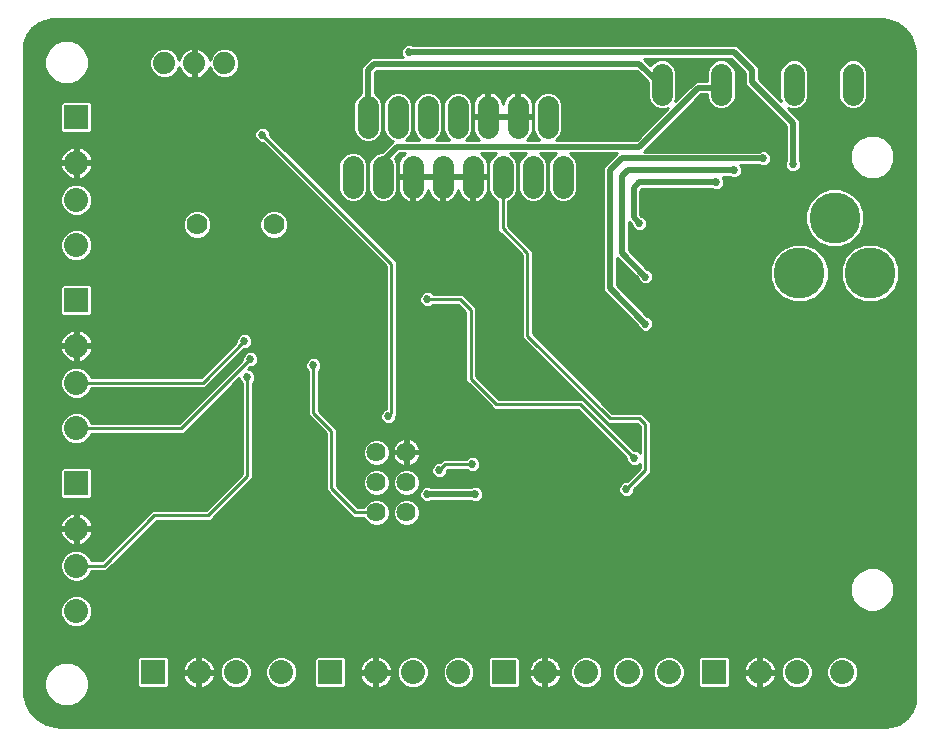
<source format=gbl>
G75*
%MOIN*%
%OFA0B0*%
%FSLAX25Y25*%
%IPPOS*%
%LPD*%
%AMOC8*
5,1,8,0,0,1.08239X$1,22.5*
%
%ADD10C,0.07087*%
%ADD11C,0.06400*%
%ADD12R,0.08000X0.08000*%
%ADD13C,0.08000*%
%ADD14C,0.17000*%
%ADD15C,0.07400*%
%ADD16C,0.07000*%
%ADD17C,0.07050*%
%ADD18C,0.02700*%
%ADD19C,0.01000*%
%ADD20C,0.02000*%
D10*
X0133657Y0197736D02*
X0133657Y0204823D01*
X0143657Y0204823D02*
X0143657Y0197736D01*
X0153657Y0197736D02*
X0153657Y0204823D01*
X0163657Y0204823D02*
X0163657Y0197736D01*
X0173657Y0197736D02*
X0173657Y0204823D01*
X0183657Y0204823D02*
X0183657Y0197736D01*
X0193657Y0197736D02*
X0193657Y0204823D01*
X0203657Y0204823D02*
X0203657Y0197736D01*
X0198657Y0217736D02*
X0198657Y0224823D01*
X0188657Y0224823D02*
X0188657Y0217736D01*
X0178657Y0217736D02*
X0178657Y0224823D01*
X0168657Y0224823D02*
X0168657Y0217736D01*
X0158657Y0217736D02*
X0158657Y0224823D01*
X0148657Y0224823D02*
X0148657Y0217736D01*
X0138657Y0217736D02*
X0138657Y0224823D01*
D11*
X0141500Y0109500D03*
X0151500Y0109500D03*
X0151500Y0099500D03*
X0151500Y0089500D03*
X0141500Y0089500D03*
X0141500Y0099500D03*
D12*
X0126131Y0036185D03*
X0183917Y0036185D03*
X0254083Y0036185D03*
X0067076Y0036185D03*
X0041500Y0099200D03*
X0041500Y0160200D03*
X0041500Y0221200D03*
D13*
X0041500Y0206020D03*
X0041500Y0193641D03*
X0041500Y0178461D03*
X0041500Y0145020D03*
X0041500Y0132641D03*
X0041500Y0117461D03*
X0041500Y0084020D03*
X0041500Y0071641D03*
X0041500Y0056461D03*
X0082255Y0036185D03*
X0094635Y0036185D03*
X0109814Y0036185D03*
X0141310Y0036185D03*
X0153690Y0036185D03*
X0168869Y0036185D03*
X0197697Y0036185D03*
X0211476Y0036185D03*
X0225256Y0036185D03*
X0239035Y0036185D03*
X0269263Y0036185D03*
X0281643Y0036185D03*
X0296822Y0036185D03*
D14*
X0306059Y0169217D03*
X0294248Y0187720D03*
X0282437Y0169217D03*
D15*
X0090815Y0239185D03*
X0080815Y0239185D03*
X0070815Y0239185D03*
D16*
X0081705Y0185437D03*
X0107295Y0185437D03*
D17*
X0236720Y0228597D02*
X0236720Y0235647D01*
X0256406Y0235647D02*
X0256406Y0228597D01*
X0280657Y0228597D02*
X0280657Y0235647D01*
X0300343Y0235647D02*
X0300343Y0228597D01*
D18*
X0280374Y0205476D03*
X0270531Y0207445D03*
X0260689Y0203508D03*
X0254783Y0199571D03*
X0229193Y0185791D03*
X0231161Y0168075D03*
X0231161Y0152327D03*
X0227500Y0107500D03*
X0224850Y0097209D03*
X0244500Y0089500D03*
X0174500Y0095500D03*
X0162500Y0103500D03*
X0158500Y0095500D03*
X0173500Y0105500D03*
X0145500Y0121500D03*
X0120500Y0138500D03*
X0099500Y0140500D03*
X0098500Y0134500D03*
X0097500Y0146500D03*
X0158500Y0160500D03*
X0103500Y0215374D03*
X0152421Y0242878D03*
D19*
X0024909Y0025372D02*
X0026468Y0022672D01*
X0028672Y0020468D01*
X0031372Y0018909D01*
X0034383Y0018102D01*
X0035942Y0018000D01*
X0311494Y0018000D01*
X0312981Y0018117D01*
X0315810Y0019036D01*
X0318216Y0020784D01*
X0319964Y0023190D01*
X0320883Y0026019D01*
X0321000Y0027506D01*
X0321000Y0242397D01*
X0321000Y0243018D01*
X0320868Y0244696D01*
X0319830Y0247889D01*
X0317857Y0250605D01*
X0315141Y0252579D01*
X0311948Y0253616D01*
X0310270Y0253748D01*
X0033426Y0253748D01*
X0031951Y0253632D01*
X0029147Y0252721D01*
X0026761Y0250987D01*
X0025027Y0248602D01*
X0024116Y0245797D01*
X0024000Y0244322D01*
X0024000Y0029942D01*
X0024102Y0028383D01*
X0024909Y0025372D01*
X0024878Y0025487D02*
X0035220Y0025487D01*
X0034053Y0025970D02*
X0031970Y0028053D01*
X0030843Y0030775D01*
X0030843Y0033721D01*
X0031970Y0036443D01*
X0034053Y0038526D01*
X0036775Y0039654D01*
X0039721Y0039654D01*
X0042443Y0038526D01*
X0044526Y0036443D01*
X0045654Y0033721D01*
X0045654Y0030775D01*
X0044526Y0028053D01*
X0042443Y0025970D01*
X0039721Y0024843D01*
X0036775Y0024843D01*
X0034053Y0025970D01*
X0033538Y0026485D02*
X0024611Y0026485D01*
X0024343Y0027484D02*
X0032539Y0027484D01*
X0031792Y0028482D02*
X0024096Y0028482D01*
X0024030Y0029481D02*
X0031379Y0029481D01*
X0030965Y0030479D02*
X0024000Y0030479D01*
X0024000Y0031478D02*
X0030843Y0031478D01*
X0030843Y0032476D02*
X0024000Y0032476D01*
X0024000Y0033475D02*
X0030843Y0033475D01*
X0031154Y0034473D02*
X0024000Y0034473D01*
X0024000Y0035472D02*
X0031568Y0035472D01*
X0031997Y0036470D02*
X0024000Y0036470D01*
X0024000Y0037469D02*
X0032996Y0037469D01*
X0033994Y0038467D02*
X0024000Y0038467D01*
X0024000Y0039466D02*
X0036322Y0039466D01*
X0040174Y0039466D02*
X0061776Y0039466D01*
X0061776Y0040464D02*
X0024000Y0040464D01*
X0024000Y0041463D02*
X0062515Y0041463D01*
X0062537Y0041485D02*
X0061776Y0040724D01*
X0061776Y0031647D01*
X0062537Y0030885D01*
X0071614Y0030885D01*
X0072376Y0031647D01*
X0072376Y0040724D01*
X0071614Y0041485D01*
X0062537Y0041485D01*
X0061776Y0038467D02*
X0042502Y0038467D01*
X0043500Y0037469D02*
X0061776Y0037469D01*
X0061776Y0036470D02*
X0044499Y0036470D01*
X0044928Y0035472D02*
X0061776Y0035472D01*
X0061776Y0034473D02*
X0045342Y0034473D01*
X0045654Y0033475D02*
X0061776Y0033475D01*
X0061776Y0032476D02*
X0045654Y0032476D01*
X0045654Y0031478D02*
X0061944Y0031478D01*
X0072207Y0031478D02*
X0079379Y0031478D01*
X0079372Y0031481D02*
X0080144Y0031088D01*
X0080967Y0030820D01*
X0081755Y0030696D01*
X0081755Y0035685D01*
X0076766Y0035685D01*
X0076891Y0034897D01*
X0077158Y0034074D01*
X0077551Y0033302D01*
X0078060Y0032602D01*
X0078672Y0031990D01*
X0079372Y0031481D01*
X0078186Y0032476D02*
X0072376Y0032476D01*
X0072376Y0033475D02*
X0077463Y0033475D01*
X0077028Y0034473D02*
X0072376Y0034473D01*
X0072376Y0035472D02*
X0076800Y0035472D01*
X0076766Y0036685D02*
X0081755Y0036685D01*
X0081755Y0035685D01*
X0082755Y0035685D01*
X0082755Y0030696D01*
X0083543Y0030820D01*
X0084366Y0031088D01*
X0085138Y0031481D01*
X0085838Y0031990D01*
X0086450Y0032602D01*
X0086959Y0033302D01*
X0087352Y0034074D01*
X0087620Y0034897D01*
X0087744Y0035685D01*
X0082755Y0035685D01*
X0082755Y0036685D01*
X0081755Y0036685D01*
X0081755Y0041674D01*
X0080967Y0041550D01*
X0080144Y0041282D01*
X0079372Y0040889D01*
X0078672Y0040380D01*
X0078060Y0039768D01*
X0077551Y0039068D01*
X0077158Y0038296D01*
X0076891Y0037473D01*
X0076766Y0036685D01*
X0076890Y0037469D02*
X0072376Y0037469D01*
X0072376Y0038467D02*
X0077245Y0038467D01*
X0077840Y0039466D02*
X0072376Y0039466D01*
X0072376Y0040464D02*
X0078788Y0040464D01*
X0080700Y0041463D02*
X0071636Y0041463D01*
X0072376Y0036470D02*
X0081755Y0036470D01*
X0081755Y0035472D02*
X0082755Y0035472D01*
X0082755Y0036470D02*
X0089335Y0036470D01*
X0089335Y0037239D02*
X0089335Y0035131D01*
X0090142Y0033183D01*
X0091632Y0031692D01*
X0093580Y0030885D01*
X0095689Y0030885D01*
X0097637Y0031692D01*
X0099128Y0033183D01*
X0099935Y0035131D01*
X0099935Y0037239D01*
X0099128Y0039187D01*
X0097637Y0040678D01*
X0095689Y0041485D01*
X0093580Y0041485D01*
X0091632Y0040678D01*
X0090142Y0039187D01*
X0089335Y0037239D01*
X0089430Y0037469D02*
X0087620Y0037469D01*
X0087620Y0037473D02*
X0087352Y0038296D01*
X0086959Y0039068D01*
X0086450Y0039768D01*
X0085838Y0040380D01*
X0085138Y0040889D01*
X0084366Y0041282D01*
X0083543Y0041550D01*
X0082755Y0041674D01*
X0082755Y0036685D01*
X0087744Y0036685D01*
X0087620Y0037473D01*
X0087265Y0038467D02*
X0089843Y0038467D01*
X0090420Y0039466D02*
X0086670Y0039466D01*
X0085722Y0040464D02*
X0091419Y0040464D01*
X0093527Y0041463D02*
X0083810Y0041463D01*
X0082755Y0041463D02*
X0081755Y0041463D01*
X0081755Y0040464D02*
X0082755Y0040464D01*
X0082755Y0039466D02*
X0081755Y0039466D01*
X0081755Y0038467D02*
X0082755Y0038467D01*
X0082755Y0037469D02*
X0081755Y0037469D01*
X0081755Y0034473D02*
X0082755Y0034473D01*
X0082755Y0033475D02*
X0081755Y0033475D01*
X0081755Y0032476D02*
X0082755Y0032476D01*
X0082755Y0031478D02*
X0081755Y0031478D01*
X0085131Y0031478D02*
X0092150Y0031478D01*
X0090848Y0032476D02*
X0086324Y0032476D01*
X0087047Y0033475D02*
X0090021Y0033475D01*
X0089607Y0034473D02*
X0087482Y0034473D01*
X0087711Y0035472D02*
X0089335Y0035472D01*
X0095743Y0041463D02*
X0108706Y0041463D01*
X0108760Y0041485D02*
X0106812Y0040678D01*
X0105321Y0039187D01*
X0104514Y0037239D01*
X0104514Y0035131D01*
X0105321Y0033183D01*
X0106812Y0031692D01*
X0108760Y0030885D01*
X0110868Y0030885D01*
X0112816Y0031692D01*
X0114307Y0033183D01*
X0115114Y0035131D01*
X0115114Y0037239D01*
X0114307Y0039187D01*
X0112816Y0040678D01*
X0110868Y0041485D01*
X0108760Y0041485D01*
X0110922Y0041463D02*
X0121570Y0041463D01*
X0121592Y0041485D02*
X0120831Y0040724D01*
X0120831Y0031647D01*
X0121592Y0030885D01*
X0130669Y0030885D01*
X0131431Y0031647D01*
X0131431Y0040724D01*
X0130669Y0041485D01*
X0121592Y0041485D01*
X0120831Y0040464D02*
X0113030Y0040464D01*
X0114029Y0039466D02*
X0120831Y0039466D01*
X0120831Y0038467D02*
X0114606Y0038467D01*
X0115019Y0037469D02*
X0120831Y0037469D01*
X0120831Y0036470D02*
X0115114Y0036470D01*
X0115114Y0035472D02*
X0120831Y0035472D01*
X0120831Y0034473D02*
X0114842Y0034473D01*
X0114428Y0033475D02*
X0120831Y0033475D01*
X0120831Y0032476D02*
X0113601Y0032476D01*
X0112299Y0031478D02*
X0121000Y0031478D01*
X0131262Y0031478D02*
X0138434Y0031478D01*
X0138428Y0031481D02*
X0139199Y0031088D01*
X0140022Y0030820D01*
X0140810Y0030696D01*
X0140810Y0035685D01*
X0135821Y0035685D01*
X0135946Y0034897D01*
X0136213Y0034074D01*
X0136606Y0033302D01*
X0137115Y0032602D01*
X0137727Y0031990D01*
X0138428Y0031481D01*
X0137241Y0032476D02*
X0131431Y0032476D01*
X0131431Y0033475D02*
X0136518Y0033475D01*
X0136083Y0034473D02*
X0131431Y0034473D01*
X0131431Y0035472D02*
X0135855Y0035472D01*
X0135821Y0036685D02*
X0140810Y0036685D01*
X0140810Y0035685D01*
X0141810Y0035685D01*
X0141810Y0030696D01*
X0142598Y0030820D01*
X0143421Y0031088D01*
X0144193Y0031481D01*
X0144893Y0031990D01*
X0145505Y0032602D01*
X0146014Y0033302D01*
X0146407Y0034074D01*
X0146675Y0034897D01*
X0146800Y0035685D01*
X0141810Y0035685D01*
X0141810Y0036685D01*
X0140810Y0036685D01*
X0140810Y0041674D01*
X0140022Y0041550D01*
X0139199Y0041282D01*
X0138428Y0040889D01*
X0137727Y0040380D01*
X0137115Y0039768D01*
X0136606Y0039068D01*
X0136213Y0038296D01*
X0135946Y0037473D01*
X0135821Y0036685D01*
X0135945Y0037469D02*
X0131431Y0037469D01*
X0131431Y0038467D02*
X0136300Y0038467D01*
X0136895Y0039466D02*
X0131431Y0039466D01*
X0131431Y0040464D02*
X0137843Y0040464D01*
X0139755Y0041463D02*
X0130691Y0041463D01*
X0131431Y0036470D02*
X0140810Y0036470D01*
X0140810Y0035472D02*
X0141810Y0035472D01*
X0141810Y0036470D02*
X0148390Y0036470D01*
X0148390Y0037239D02*
X0148390Y0035131D01*
X0149197Y0033183D01*
X0150688Y0031692D01*
X0152636Y0030885D01*
X0154744Y0030885D01*
X0156692Y0031692D01*
X0158183Y0033183D01*
X0158990Y0035131D01*
X0158990Y0037239D01*
X0158183Y0039187D01*
X0156692Y0040678D01*
X0154744Y0041485D01*
X0152636Y0041485D01*
X0150688Y0040678D01*
X0149197Y0039187D01*
X0148390Y0037239D01*
X0148485Y0037469D02*
X0146675Y0037469D01*
X0146675Y0037473D02*
X0146407Y0038296D01*
X0146014Y0039068D01*
X0145505Y0039768D01*
X0144893Y0040380D01*
X0144193Y0040889D01*
X0143421Y0041282D01*
X0142598Y0041550D01*
X0141810Y0041674D01*
X0141810Y0036685D01*
X0146800Y0036685D01*
X0146675Y0037473D01*
X0146320Y0038467D02*
X0148898Y0038467D01*
X0149475Y0039466D02*
X0145725Y0039466D01*
X0144778Y0040464D02*
X0150474Y0040464D01*
X0152582Y0041463D02*
X0142865Y0041463D01*
X0141810Y0041463D02*
X0140810Y0041463D01*
X0140810Y0040464D02*
X0141810Y0040464D01*
X0141810Y0039466D02*
X0140810Y0039466D01*
X0140810Y0038467D02*
X0141810Y0038467D01*
X0141810Y0037469D02*
X0140810Y0037469D01*
X0140810Y0034473D02*
X0141810Y0034473D01*
X0141810Y0033475D02*
X0140810Y0033475D01*
X0140810Y0032476D02*
X0141810Y0032476D01*
X0141810Y0031478D02*
X0140810Y0031478D01*
X0144186Y0031478D02*
X0151205Y0031478D01*
X0149903Y0032476D02*
X0145380Y0032476D01*
X0146102Y0033475D02*
X0149076Y0033475D01*
X0148662Y0034473D02*
X0146537Y0034473D01*
X0146766Y0035472D02*
X0148390Y0035472D01*
X0156175Y0031478D02*
X0166384Y0031478D01*
X0165867Y0031692D02*
X0167815Y0030885D01*
X0169924Y0030885D01*
X0171871Y0031692D01*
X0173362Y0033183D01*
X0174169Y0035131D01*
X0174169Y0037239D01*
X0173362Y0039187D01*
X0171871Y0040678D01*
X0169924Y0041485D01*
X0167815Y0041485D01*
X0165867Y0040678D01*
X0164376Y0039187D01*
X0163569Y0037239D01*
X0163569Y0035131D01*
X0164376Y0033183D01*
X0165867Y0031692D01*
X0165083Y0032476D02*
X0157476Y0032476D01*
X0158304Y0033475D02*
X0164255Y0033475D01*
X0163842Y0034473D02*
X0158717Y0034473D01*
X0158990Y0035472D02*
X0163569Y0035472D01*
X0163569Y0036470D02*
X0158990Y0036470D01*
X0158895Y0037469D02*
X0163664Y0037469D01*
X0164078Y0038467D02*
X0158481Y0038467D01*
X0157904Y0039466D02*
X0164655Y0039466D01*
X0165653Y0040464D02*
X0156906Y0040464D01*
X0154798Y0041463D02*
X0167761Y0041463D01*
X0169977Y0041463D02*
X0179357Y0041463D01*
X0179379Y0041485D02*
X0178617Y0040724D01*
X0178617Y0031647D01*
X0179379Y0030885D01*
X0188456Y0030885D01*
X0189217Y0031647D01*
X0189217Y0040724D01*
X0188456Y0041485D01*
X0179379Y0041485D01*
X0178617Y0040464D02*
X0172085Y0040464D01*
X0173084Y0039466D02*
X0178617Y0039466D01*
X0178617Y0038467D02*
X0173661Y0038467D01*
X0174074Y0037469D02*
X0178617Y0037469D01*
X0178617Y0036470D02*
X0174169Y0036470D01*
X0174169Y0035472D02*
X0178617Y0035472D01*
X0178617Y0034473D02*
X0173897Y0034473D01*
X0173483Y0033475D02*
X0178617Y0033475D01*
X0178617Y0032476D02*
X0172656Y0032476D01*
X0171354Y0031478D02*
X0178786Y0031478D01*
X0189048Y0031478D02*
X0194821Y0031478D01*
X0194814Y0031481D02*
X0195586Y0031088D01*
X0196409Y0030820D01*
X0197197Y0030696D01*
X0197197Y0035685D01*
X0198197Y0035685D01*
X0198197Y0036685D01*
X0203186Y0036685D01*
X0203061Y0037473D01*
X0202794Y0038296D01*
X0202401Y0039068D01*
X0201892Y0039768D01*
X0201280Y0040380D01*
X0200579Y0040889D01*
X0199808Y0041282D01*
X0198985Y0041550D01*
X0198197Y0041674D01*
X0198197Y0036685D01*
X0197197Y0036685D01*
X0197197Y0041674D01*
X0196409Y0041550D01*
X0195586Y0041282D01*
X0194814Y0040889D01*
X0194114Y0040380D01*
X0193502Y0039768D01*
X0192993Y0039068D01*
X0192600Y0038296D01*
X0192332Y0037473D01*
X0192207Y0036685D01*
X0197197Y0036685D01*
X0197197Y0035685D01*
X0192207Y0035685D01*
X0192332Y0034897D01*
X0192600Y0034074D01*
X0192993Y0033302D01*
X0193502Y0032602D01*
X0194114Y0031990D01*
X0194814Y0031481D01*
X0193628Y0032476D02*
X0189217Y0032476D01*
X0189217Y0033475D02*
X0192905Y0033475D01*
X0192470Y0034473D02*
X0189217Y0034473D01*
X0189217Y0035472D02*
X0192241Y0035472D01*
X0192332Y0037469D02*
X0189217Y0037469D01*
X0189217Y0038467D02*
X0192687Y0038467D01*
X0193282Y0039466D02*
X0189217Y0039466D01*
X0189217Y0040464D02*
X0194230Y0040464D01*
X0196142Y0041463D02*
X0188478Y0041463D01*
X0189217Y0036470D02*
X0197197Y0036470D01*
X0197197Y0035472D02*
X0198197Y0035472D01*
X0198197Y0035685D02*
X0198197Y0030696D01*
X0198985Y0030820D01*
X0199808Y0031088D01*
X0200579Y0031481D01*
X0201280Y0031990D01*
X0201892Y0032602D01*
X0202401Y0033302D01*
X0202794Y0034074D01*
X0203061Y0034897D01*
X0203186Y0035685D01*
X0198197Y0035685D01*
X0198197Y0036470D02*
X0206176Y0036470D01*
X0206176Y0037239D02*
X0206176Y0035131D01*
X0206983Y0033183D01*
X0208474Y0031692D01*
X0210422Y0030885D01*
X0212531Y0030885D01*
X0214479Y0031692D01*
X0215969Y0033183D01*
X0216776Y0035131D01*
X0216776Y0037239D01*
X0215969Y0039187D01*
X0214479Y0040678D01*
X0212531Y0041485D01*
X0210422Y0041485D01*
X0208474Y0040678D01*
X0206983Y0039187D01*
X0206176Y0037239D01*
X0206271Y0037469D02*
X0203062Y0037469D01*
X0202707Y0038467D02*
X0206685Y0038467D01*
X0207262Y0039466D02*
X0202112Y0039466D01*
X0201164Y0040464D02*
X0208260Y0040464D01*
X0210368Y0041463D02*
X0199252Y0041463D01*
X0198197Y0041463D02*
X0197197Y0041463D01*
X0197197Y0040464D02*
X0198197Y0040464D01*
X0198197Y0039466D02*
X0197197Y0039466D01*
X0197197Y0038467D02*
X0198197Y0038467D01*
X0198197Y0037469D02*
X0197197Y0037469D01*
X0197197Y0034473D02*
X0198197Y0034473D01*
X0198197Y0033475D02*
X0197197Y0033475D01*
X0197197Y0032476D02*
X0198197Y0032476D01*
X0198197Y0031478D02*
X0197197Y0031478D01*
X0200573Y0031478D02*
X0208991Y0031478D01*
X0207690Y0032476D02*
X0201766Y0032476D01*
X0202489Y0033475D02*
X0206862Y0033475D01*
X0206449Y0034473D02*
X0202924Y0034473D01*
X0203152Y0035472D02*
X0206176Y0035472D01*
X0212584Y0041463D02*
X0224148Y0041463D01*
X0224202Y0041485D02*
X0222254Y0040678D01*
X0220763Y0039187D01*
X0219956Y0037239D01*
X0219956Y0035131D01*
X0220763Y0033183D01*
X0222254Y0031692D01*
X0224202Y0030885D01*
X0226310Y0030885D01*
X0228258Y0031692D01*
X0229749Y0033183D01*
X0230556Y0035131D01*
X0230556Y0037239D01*
X0229749Y0039187D01*
X0228258Y0040678D01*
X0226310Y0041485D01*
X0224202Y0041485D01*
X0226364Y0041463D02*
X0237927Y0041463D01*
X0237981Y0041485D02*
X0236033Y0040678D01*
X0234542Y0039187D01*
X0233735Y0037239D01*
X0233735Y0035131D01*
X0234542Y0033183D01*
X0236033Y0031692D01*
X0237981Y0030885D01*
X0240090Y0030885D01*
X0242038Y0031692D01*
X0243529Y0033183D01*
X0244335Y0035131D01*
X0244335Y0037239D01*
X0243529Y0039187D01*
X0242038Y0040678D01*
X0240090Y0041485D01*
X0237981Y0041485D01*
X0240143Y0041463D02*
X0249523Y0041463D01*
X0249545Y0041485D02*
X0248783Y0040724D01*
X0248783Y0031647D01*
X0249545Y0030885D01*
X0258622Y0030885D01*
X0259383Y0031647D01*
X0259383Y0040724D01*
X0258622Y0041485D01*
X0249545Y0041485D01*
X0248783Y0040464D02*
X0242252Y0040464D01*
X0243250Y0039466D02*
X0248783Y0039466D01*
X0248783Y0038467D02*
X0243827Y0038467D01*
X0244240Y0037469D02*
X0248783Y0037469D01*
X0248783Y0036470D02*
X0244335Y0036470D01*
X0244335Y0035472D02*
X0248783Y0035472D01*
X0248783Y0034473D02*
X0244063Y0034473D01*
X0243649Y0033475D02*
X0248783Y0033475D01*
X0248783Y0032476D02*
X0242822Y0032476D01*
X0241520Y0031478D02*
X0248952Y0031478D01*
X0259215Y0031478D02*
X0266387Y0031478D01*
X0266380Y0031481D02*
X0267152Y0031088D01*
X0267975Y0030820D01*
X0268763Y0030696D01*
X0268763Y0035685D01*
X0269763Y0035685D01*
X0269763Y0030696D01*
X0270551Y0030820D01*
X0271374Y0031088D01*
X0272146Y0031481D01*
X0272846Y0031990D01*
X0273458Y0032602D01*
X0273967Y0033302D01*
X0274360Y0034074D01*
X0274628Y0034897D01*
X0274752Y0035685D01*
X0269763Y0035685D01*
X0269763Y0036685D01*
X0274752Y0036685D01*
X0274628Y0037473D01*
X0274360Y0038296D01*
X0273967Y0039068D01*
X0273458Y0039768D01*
X0272846Y0040380D01*
X0272146Y0040889D01*
X0271374Y0041282D01*
X0270551Y0041550D01*
X0269763Y0041674D01*
X0269763Y0036685D01*
X0268763Y0036685D01*
X0268763Y0035685D01*
X0263774Y0035685D01*
X0263898Y0034897D01*
X0264166Y0034074D01*
X0264559Y0033302D01*
X0265068Y0032602D01*
X0265680Y0031990D01*
X0266380Y0031481D01*
X0265194Y0032476D02*
X0259383Y0032476D01*
X0259383Y0033475D02*
X0264471Y0033475D01*
X0264036Y0034473D02*
X0259383Y0034473D01*
X0259383Y0035472D02*
X0263807Y0035472D01*
X0263774Y0036685D02*
X0268763Y0036685D01*
X0268763Y0041674D01*
X0267975Y0041550D01*
X0267152Y0041282D01*
X0266380Y0040889D01*
X0265680Y0040380D01*
X0265068Y0039768D01*
X0264559Y0039068D01*
X0264166Y0038296D01*
X0263898Y0037473D01*
X0263774Y0036685D01*
X0263898Y0037469D02*
X0259383Y0037469D01*
X0259383Y0038467D02*
X0264253Y0038467D01*
X0264848Y0039466D02*
X0259383Y0039466D01*
X0259383Y0040464D02*
X0265796Y0040464D01*
X0267708Y0041463D02*
X0258644Y0041463D01*
X0259383Y0036470D02*
X0268763Y0036470D01*
X0268763Y0035472D02*
X0269763Y0035472D01*
X0269763Y0036470D02*
X0276343Y0036470D01*
X0276343Y0037239D02*
X0276343Y0035131D01*
X0277149Y0033183D01*
X0278640Y0031692D01*
X0280588Y0030885D01*
X0282697Y0030885D01*
X0284645Y0031692D01*
X0286136Y0033183D01*
X0286943Y0035131D01*
X0286943Y0037239D01*
X0286136Y0039187D01*
X0284645Y0040678D01*
X0282697Y0041485D01*
X0280588Y0041485D01*
X0278640Y0040678D01*
X0277149Y0039187D01*
X0276343Y0037239D01*
X0276438Y0037469D02*
X0274628Y0037469D01*
X0274273Y0038467D02*
X0276851Y0038467D01*
X0277428Y0039466D02*
X0273678Y0039466D01*
X0272730Y0040464D02*
X0278426Y0040464D01*
X0280535Y0041463D02*
X0270818Y0041463D01*
X0269763Y0041463D02*
X0268763Y0041463D01*
X0268763Y0040464D02*
X0269763Y0040464D01*
X0269763Y0039466D02*
X0268763Y0039466D01*
X0268763Y0038467D02*
X0269763Y0038467D01*
X0269763Y0037469D02*
X0268763Y0037469D01*
X0268763Y0034473D02*
X0269763Y0034473D01*
X0269763Y0033475D02*
X0268763Y0033475D01*
X0268763Y0032476D02*
X0269763Y0032476D01*
X0269763Y0031478D02*
X0268763Y0031478D01*
X0272139Y0031478D02*
X0279158Y0031478D01*
X0277856Y0032476D02*
X0273332Y0032476D01*
X0274055Y0033475D02*
X0277028Y0033475D01*
X0276615Y0034473D02*
X0274490Y0034473D01*
X0274719Y0035472D02*
X0276343Y0035472D01*
X0284127Y0031478D02*
X0294337Y0031478D01*
X0293820Y0031692D02*
X0295768Y0030885D01*
X0297876Y0030885D01*
X0299824Y0031692D01*
X0301315Y0033183D01*
X0302122Y0035131D01*
X0302122Y0037239D01*
X0301315Y0039187D01*
X0299824Y0040678D01*
X0297876Y0041485D01*
X0295768Y0041485D01*
X0293820Y0040678D01*
X0292329Y0039187D01*
X0291522Y0037239D01*
X0291522Y0035131D01*
X0292329Y0033183D01*
X0293820Y0031692D01*
X0293036Y0032476D02*
X0285429Y0032476D01*
X0286257Y0033475D02*
X0292208Y0033475D01*
X0291794Y0034473D02*
X0286670Y0034473D01*
X0286943Y0035472D02*
X0291522Y0035472D01*
X0291522Y0036470D02*
X0286943Y0036470D01*
X0286847Y0037469D02*
X0291617Y0037469D01*
X0292031Y0038467D02*
X0286434Y0038467D01*
X0285857Y0039466D02*
X0292607Y0039466D01*
X0293606Y0040464D02*
X0284859Y0040464D01*
X0282750Y0041463D02*
X0295714Y0041463D01*
X0297930Y0041463D02*
X0321000Y0041463D01*
X0321000Y0042461D02*
X0024000Y0042461D01*
X0024000Y0043460D02*
X0321000Y0043460D01*
X0321000Y0044458D02*
X0024000Y0044458D01*
X0024000Y0045457D02*
X0321000Y0045457D01*
X0321000Y0046455D02*
X0024000Y0046455D01*
X0024000Y0047454D02*
X0321000Y0047454D01*
X0321000Y0048452D02*
X0024000Y0048452D01*
X0024000Y0049451D02*
X0321000Y0049451D01*
X0321000Y0050449D02*
X0024000Y0050449D01*
X0024000Y0051448D02*
X0039754Y0051448D01*
X0040446Y0051161D02*
X0042554Y0051161D01*
X0044502Y0051968D01*
X0045993Y0053459D01*
X0046800Y0055407D01*
X0046800Y0057516D01*
X0045993Y0059464D01*
X0044502Y0060955D01*
X0042554Y0061761D01*
X0040446Y0061761D01*
X0038498Y0060955D01*
X0037007Y0059464D01*
X0036200Y0057516D01*
X0036200Y0055407D01*
X0037007Y0053459D01*
X0038498Y0051968D01*
X0040446Y0051161D01*
X0038020Y0052446D02*
X0024000Y0052446D01*
X0024000Y0053445D02*
X0037021Y0053445D01*
X0036599Y0054443D02*
X0024000Y0054443D01*
X0024000Y0055442D02*
X0036200Y0055442D01*
X0036200Y0056440D02*
X0024000Y0056440D01*
X0024000Y0057439D02*
X0036200Y0057439D01*
X0036582Y0058437D02*
X0024000Y0058437D01*
X0024000Y0059436D02*
X0036995Y0059436D01*
X0037978Y0060434D02*
X0024000Y0060434D01*
X0024000Y0061433D02*
X0039653Y0061433D01*
X0043347Y0061433D02*
X0299694Y0061433D01*
X0299346Y0062271D02*
X0300474Y0059549D01*
X0302557Y0057466D01*
X0305279Y0056339D01*
X0308225Y0056339D01*
X0310947Y0057466D01*
X0313030Y0059549D01*
X0314157Y0062271D01*
X0314157Y0065217D01*
X0313030Y0067939D01*
X0310947Y0070022D01*
X0308225Y0071150D01*
X0305279Y0071150D01*
X0302557Y0070022D01*
X0300474Y0067939D01*
X0299346Y0065217D01*
X0299346Y0062271D01*
X0299346Y0062432D02*
X0024000Y0062432D01*
X0024000Y0063430D02*
X0299346Y0063430D01*
X0299346Y0064429D02*
X0024000Y0064429D01*
X0024000Y0065427D02*
X0299433Y0065427D01*
X0299847Y0066426D02*
X0042759Y0066426D01*
X0042554Y0066341D02*
X0044502Y0067148D01*
X0045993Y0068639D01*
X0046491Y0069841D01*
X0051387Y0069841D01*
X0068246Y0086700D01*
X0086246Y0086700D01*
X0087300Y0087754D01*
X0100300Y0100754D01*
X0100300Y0132552D01*
X0100747Y0132999D01*
X0101150Y0133973D01*
X0101150Y0135027D01*
X0100747Y0136001D01*
X0100001Y0136747D01*
X0099027Y0137150D01*
X0098696Y0137150D01*
X0099396Y0137850D01*
X0100027Y0137850D01*
X0101001Y0138253D01*
X0101747Y0138999D01*
X0102150Y0139973D01*
X0102150Y0141027D01*
X0101747Y0142001D01*
X0101001Y0142747D01*
X0100027Y0143150D01*
X0098973Y0143150D01*
X0097999Y0142747D01*
X0097253Y0142001D01*
X0096850Y0141027D01*
X0096850Y0140396D01*
X0075716Y0119261D01*
X0046491Y0119261D01*
X0045993Y0120464D01*
X0044502Y0121955D01*
X0042554Y0122761D01*
X0040446Y0122761D01*
X0038498Y0121955D01*
X0037007Y0120464D01*
X0036200Y0118516D01*
X0036200Y0116407D01*
X0037007Y0114459D01*
X0038498Y0112968D01*
X0040446Y0112161D01*
X0042554Y0112161D01*
X0044502Y0112968D01*
X0045993Y0114459D01*
X0046491Y0115661D01*
X0077207Y0115661D01*
X0078261Y0116716D01*
X0095850Y0134304D01*
X0095850Y0133973D01*
X0096253Y0132999D01*
X0096700Y0132552D01*
X0096700Y0102246D01*
X0084754Y0090300D01*
X0066754Y0090300D01*
X0049895Y0073441D01*
X0046491Y0073441D01*
X0045993Y0074643D01*
X0044502Y0076134D01*
X0042554Y0076941D01*
X0040446Y0076941D01*
X0038498Y0076134D01*
X0037007Y0074643D01*
X0036200Y0072695D01*
X0036200Y0070587D01*
X0037007Y0068639D01*
X0038498Y0067148D01*
X0040446Y0066341D01*
X0042554Y0066341D01*
X0040241Y0066426D02*
X0024000Y0066426D01*
X0024000Y0067424D02*
X0038222Y0067424D01*
X0037223Y0068423D02*
X0024000Y0068423D01*
X0024000Y0069421D02*
X0036683Y0069421D01*
X0036269Y0070420D02*
X0024000Y0070420D01*
X0024000Y0071418D02*
X0036200Y0071418D01*
X0036200Y0072417D02*
X0024000Y0072417D01*
X0024000Y0073415D02*
X0036498Y0073415D01*
X0036912Y0074414D02*
X0024000Y0074414D01*
X0024000Y0075412D02*
X0037776Y0075412D01*
X0039166Y0076411D02*
X0024000Y0076411D01*
X0024000Y0077409D02*
X0053864Y0077409D01*
X0054862Y0078408D02*
X0024000Y0078408D01*
X0024000Y0079406D02*
X0038494Y0079406D01*
X0038617Y0079316D02*
X0039389Y0078923D01*
X0040212Y0078656D01*
X0041000Y0078531D01*
X0041000Y0083520D01*
X0042000Y0083520D01*
X0042000Y0078531D01*
X0042788Y0078656D01*
X0043611Y0078923D01*
X0044383Y0079316D01*
X0045083Y0079825D01*
X0045695Y0080437D01*
X0046204Y0081138D01*
X0046597Y0081909D01*
X0046865Y0082733D01*
X0046989Y0083520D01*
X0042000Y0083520D01*
X0042000Y0084520D01*
X0046989Y0084520D01*
X0046865Y0085308D01*
X0046597Y0086132D01*
X0046204Y0086903D01*
X0045695Y0087603D01*
X0045083Y0088216D01*
X0044383Y0088724D01*
X0043611Y0089118D01*
X0042788Y0089385D01*
X0042000Y0089510D01*
X0042000Y0084521D01*
X0041000Y0084521D01*
X0041000Y0089510D01*
X0040212Y0089385D01*
X0039389Y0089118D01*
X0038617Y0088724D01*
X0037917Y0088216D01*
X0037305Y0087603D01*
X0036796Y0086903D01*
X0036403Y0086132D01*
X0036135Y0085308D01*
X0036011Y0084520D01*
X0041000Y0084520D01*
X0041000Y0083520D01*
X0036011Y0083520D01*
X0036135Y0082733D01*
X0036403Y0081909D01*
X0036796Y0081138D01*
X0037305Y0080437D01*
X0037917Y0079825D01*
X0038617Y0079316D01*
X0037338Y0080405D02*
X0024000Y0080405D01*
X0024000Y0081403D02*
X0036661Y0081403D01*
X0036243Y0082402D02*
X0024000Y0082402D01*
X0024000Y0083400D02*
X0036030Y0083400D01*
X0036164Y0085397D02*
X0024000Y0085397D01*
X0024000Y0084399D02*
X0041000Y0084399D01*
X0041000Y0085397D02*
X0042000Y0085397D01*
X0042000Y0084399D02*
X0060853Y0084399D01*
X0061852Y0085397D02*
X0046836Y0085397D01*
X0046462Y0086396D02*
X0062850Y0086396D01*
X0063849Y0087394D02*
X0045847Y0087394D01*
X0044839Y0088393D02*
X0064847Y0088393D01*
X0065846Y0089391D02*
X0042748Y0089391D01*
X0042000Y0089391D02*
X0041000Y0089391D01*
X0040252Y0089391D02*
X0024000Y0089391D01*
X0024000Y0088393D02*
X0038161Y0088393D01*
X0037153Y0087394D02*
X0024000Y0087394D01*
X0024000Y0086396D02*
X0036538Y0086396D01*
X0041000Y0086396D02*
X0042000Y0086396D01*
X0042000Y0087394D02*
X0041000Y0087394D01*
X0041000Y0088393D02*
X0042000Y0088393D01*
X0042000Y0083400D02*
X0041000Y0083400D01*
X0041000Y0082402D02*
X0042000Y0082402D01*
X0042000Y0081403D02*
X0041000Y0081403D01*
X0041000Y0080405D02*
X0042000Y0080405D01*
X0042000Y0079406D02*
X0041000Y0079406D01*
X0044506Y0079406D02*
X0055861Y0079406D01*
X0056859Y0080405D02*
X0045662Y0080405D01*
X0046339Y0081403D02*
X0057858Y0081403D01*
X0058856Y0082402D02*
X0046757Y0082402D01*
X0046970Y0083400D02*
X0059855Y0083400D01*
X0061950Y0080405D02*
X0321000Y0080405D01*
X0321000Y0081403D02*
X0062949Y0081403D01*
X0063947Y0082402D02*
X0321000Y0082402D01*
X0321000Y0083400D02*
X0064946Y0083400D01*
X0065944Y0084399D02*
X0321000Y0084399D01*
X0321000Y0085397D02*
X0153354Y0085397D01*
X0154049Y0085685D02*
X0155315Y0086951D01*
X0156000Y0088605D01*
X0156000Y0090395D01*
X0155315Y0092049D01*
X0154049Y0093315D01*
X0152395Y0094000D01*
X0150605Y0094000D01*
X0148951Y0093315D01*
X0147685Y0092049D01*
X0147000Y0090395D01*
X0147000Y0088605D01*
X0147685Y0086951D01*
X0148951Y0085685D01*
X0150605Y0085000D01*
X0152395Y0085000D01*
X0154049Y0085685D01*
X0154760Y0086396D02*
X0321000Y0086396D01*
X0321000Y0087394D02*
X0155499Y0087394D01*
X0155912Y0088393D02*
X0321000Y0088393D01*
X0321000Y0089391D02*
X0156000Y0089391D01*
X0156000Y0090390D02*
X0321000Y0090390D01*
X0321000Y0091388D02*
X0155589Y0091388D01*
X0154977Y0092387D02*
X0321000Y0092387D01*
X0321000Y0093385D02*
X0176133Y0093385D01*
X0176001Y0093253D02*
X0176747Y0093999D01*
X0177150Y0094973D01*
X0177150Y0096027D01*
X0176747Y0097001D01*
X0176001Y0097747D01*
X0175027Y0098150D01*
X0173973Y0098150D01*
X0173128Y0097800D01*
X0159872Y0097800D01*
X0159027Y0098150D01*
X0157973Y0098150D01*
X0156999Y0097747D01*
X0156253Y0097001D01*
X0155850Y0096027D01*
X0155850Y0094973D01*
X0156253Y0093999D01*
X0156999Y0093253D01*
X0157973Y0092850D01*
X0159027Y0092850D01*
X0159872Y0093200D01*
X0173128Y0093200D01*
X0173973Y0092850D01*
X0175027Y0092850D01*
X0176001Y0093253D01*
X0176906Y0094384D02*
X0321000Y0094384D01*
X0321000Y0095382D02*
X0226771Y0095382D01*
X0227097Y0095708D02*
X0226351Y0094962D01*
X0225377Y0094559D01*
X0224323Y0094559D01*
X0223349Y0094962D01*
X0222603Y0095708D01*
X0222200Y0096682D01*
X0222200Y0097736D01*
X0222603Y0098710D01*
X0223349Y0099455D01*
X0224323Y0099859D01*
X0224954Y0099859D01*
X0229361Y0104266D01*
X0229361Y0105614D01*
X0229001Y0105253D01*
X0228027Y0104850D01*
X0226973Y0104850D01*
X0225999Y0105253D01*
X0225253Y0105999D01*
X0224850Y0106973D01*
X0224850Y0107604D01*
X0208754Y0123700D01*
X0180754Y0123700D01*
X0179700Y0124754D01*
X0172254Y0132200D01*
X0171200Y0133254D01*
X0171200Y0156254D01*
X0168754Y0158700D01*
X0160448Y0158700D01*
X0160001Y0158253D01*
X0159027Y0157850D01*
X0157973Y0157850D01*
X0156999Y0158253D01*
X0156253Y0158999D01*
X0155850Y0159973D01*
X0155850Y0161027D01*
X0156253Y0162001D01*
X0156999Y0162747D01*
X0157973Y0163150D01*
X0159027Y0163150D01*
X0160001Y0162747D01*
X0160448Y0162300D01*
X0170246Y0162300D01*
X0171300Y0161246D01*
X0173746Y0158800D01*
X0174800Y0157746D01*
X0174800Y0134746D01*
X0182246Y0127300D01*
X0210246Y0127300D01*
X0211300Y0126246D01*
X0227396Y0110150D01*
X0228027Y0110150D01*
X0229001Y0109747D01*
X0229361Y0109386D01*
X0229361Y0118117D01*
X0228447Y0119031D01*
X0218605Y0119031D01*
X0189991Y0147644D01*
X0189991Y0175203D01*
X0182912Y0182283D01*
X0181857Y0183337D01*
X0181857Y0193239D01*
X0180914Y0193630D01*
X0179552Y0194993D01*
X0178814Y0196773D01*
X0178814Y0205786D01*
X0179552Y0207566D01*
X0180914Y0208929D01*
X0181284Y0209082D01*
X0176376Y0209082D01*
X0176943Y0208670D01*
X0177504Y0208108D01*
X0177971Y0207466D01*
X0178331Y0206759D01*
X0178577Y0206004D01*
X0178701Y0205220D01*
X0178701Y0201780D01*
X0174158Y0201780D01*
X0174158Y0200780D01*
X0178701Y0200780D01*
X0178701Y0197339D01*
X0178577Y0196555D01*
X0178331Y0195800D01*
X0177971Y0195093D01*
X0177504Y0194451D01*
X0176943Y0193889D01*
X0176301Y0193423D01*
X0175593Y0193062D01*
X0174838Y0192817D01*
X0174157Y0192709D01*
X0174157Y0200779D01*
X0173157Y0200779D01*
X0173157Y0192709D01*
X0172476Y0192817D01*
X0171722Y0193062D01*
X0171014Y0193423D01*
X0170372Y0193889D01*
X0169811Y0194451D01*
X0169344Y0195093D01*
X0168984Y0195800D01*
X0168738Y0196555D01*
X0168657Y0197066D01*
X0168577Y0196555D01*
X0168331Y0195800D01*
X0167971Y0195093D01*
X0167504Y0194451D01*
X0166943Y0193889D01*
X0166301Y0193423D01*
X0165593Y0193062D01*
X0164838Y0192817D01*
X0164157Y0192709D01*
X0164157Y0200779D01*
X0163157Y0200779D01*
X0163157Y0192709D01*
X0162476Y0192817D01*
X0161722Y0193062D01*
X0161014Y0193423D01*
X0160372Y0193889D01*
X0159811Y0194451D01*
X0159344Y0195093D01*
X0158984Y0195800D01*
X0158738Y0196555D01*
X0158657Y0197066D01*
X0158577Y0196555D01*
X0158331Y0195800D01*
X0157971Y0195093D01*
X0157504Y0194451D01*
X0156943Y0193889D01*
X0156301Y0193423D01*
X0155593Y0193062D01*
X0154838Y0192817D01*
X0154157Y0192709D01*
X0154157Y0200779D01*
X0153157Y0200779D01*
X0153157Y0192709D01*
X0152476Y0192817D01*
X0151722Y0193062D01*
X0151014Y0193423D01*
X0150372Y0193889D01*
X0149811Y0194451D01*
X0149344Y0195093D01*
X0148984Y0195800D01*
X0148738Y0196555D01*
X0148614Y0197339D01*
X0148614Y0200780D01*
X0153157Y0200780D01*
X0153157Y0201780D01*
X0148614Y0201780D01*
X0148614Y0205220D01*
X0148738Y0206004D01*
X0148984Y0206759D01*
X0149344Y0207466D01*
X0149811Y0208108D01*
X0150372Y0208670D01*
X0150939Y0209082D01*
X0149437Y0209082D01*
X0147810Y0207455D01*
X0148501Y0205786D01*
X0148501Y0196773D01*
X0147763Y0194993D01*
X0146401Y0193630D01*
X0144621Y0192893D01*
X0142694Y0192893D01*
X0140914Y0193630D01*
X0139552Y0194993D01*
X0138814Y0196773D01*
X0138814Y0205786D01*
X0139552Y0207566D01*
X0140914Y0208929D01*
X0142694Y0209666D01*
X0143516Y0209666D01*
X0146184Y0212335D01*
X0147021Y0213172D01*
X0145914Y0213630D01*
X0144552Y0214993D01*
X0143814Y0216773D01*
X0143814Y0225786D01*
X0144552Y0227566D01*
X0145914Y0228929D01*
X0147694Y0229666D01*
X0149621Y0229666D01*
X0151401Y0228929D01*
X0152763Y0227566D01*
X0153501Y0225786D01*
X0153501Y0216773D01*
X0152763Y0214993D01*
X0151453Y0213682D01*
X0155862Y0213682D01*
X0154552Y0214993D01*
X0153814Y0216773D01*
X0153814Y0225786D01*
X0154552Y0227566D01*
X0155914Y0228929D01*
X0157694Y0229666D01*
X0159621Y0229666D01*
X0161401Y0228929D01*
X0162763Y0227566D01*
X0163501Y0225786D01*
X0163501Y0216773D01*
X0162763Y0214993D01*
X0161453Y0213682D01*
X0165862Y0213682D01*
X0164552Y0214993D01*
X0163814Y0216773D01*
X0163814Y0225786D01*
X0164552Y0227566D01*
X0165914Y0228929D01*
X0167694Y0229666D01*
X0169621Y0229666D01*
X0171401Y0228929D01*
X0172763Y0227566D01*
X0173501Y0225786D01*
X0173501Y0216773D01*
X0172763Y0214993D01*
X0171453Y0213682D01*
X0175658Y0213682D01*
X0175372Y0213889D01*
X0174811Y0214451D01*
X0174344Y0215093D01*
X0173984Y0215800D01*
X0173738Y0216555D01*
X0173614Y0217339D01*
X0173614Y0220780D01*
X0178157Y0220780D01*
X0178157Y0221780D01*
X0178157Y0229850D01*
X0177476Y0229742D01*
X0176722Y0229497D01*
X0176014Y0229136D01*
X0175372Y0228670D01*
X0174811Y0228108D01*
X0174344Y0227466D01*
X0173984Y0226759D01*
X0173738Y0226004D01*
X0173614Y0225220D01*
X0173614Y0221780D01*
X0178157Y0221780D01*
X0179157Y0221780D01*
X0179157Y0229850D01*
X0179838Y0229742D01*
X0180593Y0229497D01*
X0181301Y0229136D01*
X0181943Y0228670D01*
X0182504Y0228108D01*
X0182971Y0227466D01*
X0183331Y0226759D01*
X0183577Y0226004D01*
X0183657Y0225493D01*
X0183738Y0226004D01*
X0183984Y0226759D01*
X0184344Y0227466D01*
X0184811Y0228108D01*
X0185372Y0228670D01*
X0186014Y0229136D01*
X0186722Y0229497D01*
X0187476Y0229742D01*
X0188157Y0229850D01*
X0188157Y0221780D01*
X0189157Y0221780D01*
X0189157Y0229850D01*
X0189838Y0229742D01*
X0190593Y0229497D01*
X0191301Y0229136D01*
X0191943Y0228670D01*
X0192504Y0228108D01*
X0192971Y0227466D01*
X0193331Y0226759D01*
X0193577Y0226004D01*
X0193701Y0225220D01*
X0193701Y0221780D01*
X0189158Y0221780D01*
X0189158Y0220780D01*
X0193701Y0220780D01*
X0193701Y0217339D01*
X0193577Y0216555D01*
X0193331Y0215800D01*
X0192971Y0215093D01*
X0192504Y0214451D01*
X0191943Y0213889D01*
X0191657Y0213682D01*
X0195862Y0213682D01*
X0194552Y0214993D01*
X0193814Y0216773D01*
X0193814Y0225786D01*
X0194552Y0227566D01*
X0195914Y0228929D01*
X0197694Y0229666D01*
X0199621Y0229666D01*
X0201401Y0228929D01*
X0202763Y0227566D01*
X0203501Y0225786D01*
X0203501Y0216773D01*
X0202763Y0214993D01*
X0201453Y0213682D01*
X0228240Y0213682D01*
X0238790Y0224232D01*
X0237680Y0223772D01*
X0235761Y0223772D01*
X0233987Y0224507D01*
X0232630Y0225864D01*
X0231895Y0227637D01*
X0231895Y0232986D01*
X0228240Y0236641D01*
X0141563Y0236641D01*
X0140942Y0236020D01*
X0140942Y0229119D01*
X0141401Y0228929D01*
X0142763Y0227566D01*
X0143501Y0225786D01*
X0143501Y0216773D01*
X0142763Y0214993D01*
X0141401Y0213630D01*
X0139621Y0212893D01*
X0137694Y0212893D01*
X0135914Y0213630D01*
X0134552Y0214993D01*
X0133814Y0216773D01*
X0133814Y0225786D01*
X0134552Y0227566D01*
X0135914Y0228929D01*
X0136342Y0229106D01*
X0136342Y0237925D01*
X0137689Y0239272D01*
X0139658Y0241241D01*
X0150311Y0241241D01*
X0150175Y0241377D01*
X0149771Y0242351D01*
X0149771Y0243405D01*
X0150175Y0244379D01*
X0150920Y0245125D01*
X0151894Y0245528D01*
X0152948Y0245528D01*
X0153793Y0245178D01*
X0261642Y0245178D01*
X0262989Y0243831D01*
X0262989Y0243831D01*
X0268894Y0237925D01*
X0268894Y0233988D01*
X0276248Y0226635D01*
X0275832Y0227637D01*
X0275832Y0236607D01*
X0276567Y0238380D01*
X0277924Y0239737D01*
X0279698Y0240472D01*
X0281617Y0240472D01*
X0283391Y0239737D01*
X0284748Y0238380D01*
X0285482Y0236607D01*
X0285482Y0227637D01*
X0284748Y0225864D01*
X0283391Y0224507D01*
X0281617Y0223772D01*
X0279698Y0223772D01*
X0278695Y0224187D01*
X0282674Y0220209D01*
X0282674Y0206848D01*
X0283024Y0206003D01*
X0283024Y0204949D01*
X0282621Y0203975D01*
X0281875Y0203230D01*
X0280901Y0202826D01*
X0279847Y0202826D01*
X0278873Y0203230D01*
X0278127Y0203975D01*
X0277724Y0204949D01*
X0277724Y0206003D01*
X0278074Y0206848D01*
X0278074Y0218303D01*
X0265642Y0230735D01*
X0265642Y0230735D01*
X0264294Y0232083D01*
X0264294Y0236020D01*
X0259736Y0240578D01*
X0230809Y0240578D01*
X0231493Y0239894D01*
X0232818Y0238568D01*
X0233987Y0239737D01*
X0235761Y0240472D01*
X0237680Y0240472D01*
X0239454Y0239737D01*
X0240811Y0238380D01*
X0241545Y0236607D01*
X0241545Y0227637D01*
X0241086Y0226527D01*
X0246578Y0232020D01*
X0247925Y0233367D01*
X0251581Y0233367D01*
X0251581Y0236607D01*
X0252315Y0238380D01*
X0253672Y0239737D01*
X0255446Y0240472D01*
X0257365Y0240472D01*
X0259139Y0239737D01*
X0260496Y0238380D01*
X0261230Y0236607D01*
X0261230Y0227637D01*
X0260496Y0225864D01*
X0259139Y0224507D01*
X0257365Y0223772D01*
X0255446Y0223772D01*
X0253672Y0224507D01*
X0252315Y0225864D01*
X0251581Y0227637D01*
X0251581Y0228767D01*
X0249831Y0228767D01*
X0230809Y0209745D01*
X0269159Y0209745D01*
X0270004Y0210095D01*
X0271059Y0210095D01*
X0272033Y0209691D01*
X0272778Y0208946D01*
X0273181Y0207972D01*
X0273181Y0206918D01*
X0272778Y0205944D01*
X0272033Y0205198D01*
X0271059Y0204795D01*
X0270004Y0204795D01*
X0269159Y0205145D01*
X0262800Y0205145D01*
X0262936Y0205009D01*
X0263339Y0204035D01*
X0263339Y0202981D01*
X0262936Y0202007D01*
X0262190Y0201261D01*
X0261216Y0200858D01*
X0260162Y0200858D01*
X0259317Y0201208D01*
X0256894Y0201208D01*
X0257030Y0201072D01*
X0257433Y0200098D01*
X0257433Y0199044D01*
X0257030Y0198070D01*
X0256285Y0197324D01*
X0255311Y0196921D01*
X0254256Y0196921D01*
X0253411Y0197271D01*
X0230146Y0197271D01*
X0229524Y0196650D01*
X0229524Y0188713D01*
X0229849Y0188388D01*
X0230694Y0188038D01*
X0231439Y0187292D01*
X0231843Y0186318D01*
X0231843Y0185264D01*
X0231439Y0184290D01*
X0230694Y0183545D01*
X0229720Y0183141D01*
X0228666Y0183141D01*
X0227692Y0183545D01*
X0226946Y0184290D01*
X0226596Y0185135D01*
X0226272Y0185460D01*
X0225587Y0186144D01*
X0225587Y0176902D01*
X0231818Y0170671D01*
X0232663Y0170321D01*
X0233408Y0169576D01*
X0233811Y0168602D01*
X0233811Y0167548D01*
X0233408Y0166574D01*
X0232663Y0165828D01*
X0231689Y0165425D01*
X0230634Y0165425D01*
X0229660Y0165828D01*
X0228915Y0166574D01*
X0228565Y0167419D01*
X0222335Y0173649D01*
X0221650Y0174333D01*
X0221650Y0165090D01*
X0231818Y0154923D01*
X0232663Y0154573D01*
X0233408Y0153828D01*
X0233811Y0152854D01*
X0233811Y0151800D01*
X0233408Y0150826D01*
X0232663Y0150080D01*
X0231689Y0149677D01*
X0230634Y0149677D01*
X0229660Y0150080D01*
X0228915Y0150826D01*
X0228565Y0151671D01*
X0218398Y0161838D01*
X0217050Y0163185D01*
X0217050Y0204461D01*
X0218398Y0205808D01*
X0221672Y0209082D01*
X0206031Y0209082D01*
X0206401Y0208929D01*
X0207763Y0207566D01*
X0208501Y0205786D01*
X0208501Y0196773D01*
X0207763Y0194993D01*
X0206401Y0193630D01*
X0204621Y0192893D01*
X0202694Y0192893D01*
X0200914Y0193630D01*
X0199552Y0194993D01*
X0198814Y0196773D01*
X0198814Y0205786D01*
X0199552Y0207566D01*
X0200914Y0208929D01*
X0201284Y0209082D01*
X0196031Y0209082D01*
X0196401Y0208929D01*
X0197763Y0207566D01*
X0198501Y0205786D01*
X0198501Y0196773D01*
X0197763Y0194993D01*
X0196401Y0193630D01*
X0194621Y0192893D01*
X0192694Y0192893D01*
X0190914Y0193630D01*
X0189552Y0194993D01*
X0188814Y0196773D01*
X0188814Y0205786D01*
X0189552Y0207566D01*
X0190914Y0208929D01*
X0191284Y0209082D01*
X0186031Y0209082D01*
X0186401Y0208929D01*
X0187763Y0207566D01*
X0188501Y0205786D01*
X0188501Y0196773D01*
X0187763Y0194993D01*
X0186401Y0193630D01*
X0185457Y0193239D01*
X0185457Y0184828D01*
X0193591Y0176694D01*
X0193591Y0149135D01*
X0220096Y0122631D01*
X0229938Y0122631D01*
X0230993Y0121576D01*
X0232961Y0119608D01*
X0232961Y0102774D01*
X0231907Y0101720D01*
X0227500Y0097313D01*
X0227500Y0096682D01*
X0227097Y0095708D01*
X0227375Y0096381D02*
X0321000Y0096381D01*
X0321000Y0097379D02*
X0227566Y0097379D01*
X0228565Y0098378D02*
X0321000Y0098378D01*
X0321000Y0099376D02*
X0229563Y0099376D01*
X0230562Y0100375D02*
X0321000Y0100375D01*
X0321000Y0101373D02*
X0231560Y0101373D01*
X0232559Y0102372D02*
X0321000Y0102372D01*
X0321000Y0103370D02*
X0232961Y0103370D01*
X0232961Y0104369D02*
X0321000Y0104369D01*
X0321000Y0105368D02*
X0232961Y0105368D01*
X0232961Y0106366D02*
X0321000Y0106366D01*
X0321000Y0107365D02*
X0232961Y0107365D01*
X0232961Y0108363D02*
X0321000Y0108363D01*
X0321000Y0109362D02*
X0232961Y0109362D01*
X0232961Y0110360D02*
X0321000Y0110360D01*
X0321000Y0111359D02*
X0232961Y0111359D01*
X0232961Y0112357D02*
X0321000Y0112357D01*
X0321000Y0113356D02*
X0232961Y0113356D01*
X0232961Y0114354D02*
X0321000Y0114354D01*
X0321000Y0115353D02*
X0232961Y0115353D01*
X0232961Y0116351D02*
X0321000Y0116351D01*
X0321000Y0117350D02*
X0232961Y0117350D01*
X0232961Y0118348D02*
X0321000Y0118348D01*
X0321000Y0119347D02*
X0232961Y0119347D01*
X0232224Y0120345D02*
X0321000Y0120345D01*
X0321000Y0121344D02*
X0231226Y0121344D01*
X0230227Y0122342D02*
X0321000Y0122342D01*
X0321000Y0123341D02*
X0219386Y0123341D01*
X0218387Y0124339D02*
X0321000Y0124339D01*
X0321000Y0125338D02*
X0217389Y0125338D01*
X0216390Y0126336D02*
X0321000Y0126336D01*
X0321000Y0127335D02*
X0215392Y0127335D01*
X0214393Y0128333D02*
X0321000Y0128333D01*
X0321000Y0129332D02*
X0213395Y0129332D01*
X0212396Y0130330D02*
X0321000Y0130330D01*
X0321000Y0131329D02*
X0211398Y0131329D01*
X0210399Y0132327D02*
X0321000Y0132327D01*
X0321000Y0133326D02*
X0209401Y0133326D01*
X0208402Y0134324D02*
X0321000Y0134324D01*
X0321000Y0135323D02*
X0207404Y0135323D01*
X0206405Y0136321D02*
X0321000Y0136321D01*
X0321000Y0137320D02*
X0205407Y0137320D01*
X0204408Y0138318D02*
X0321000Y0138318D01*
X0321000Y0139317D02*
X0203410Y0139317D01*
X0202411Y0140315D02*
X0321000Y0140315D01*
X0321000Y0141314D02*
X0201413Y0141314D01*
X0200414Y0142312D02*
X0321000Y0142312D01*
X0321000Y0143311D02*
X0199416Y0143311D01*
X0198417Y0144309D02*
X0321000Y0144309D01*
X0321000Y0145308D02*
X0197419Y0145308D01*
X0196420Y0146306D02*
X0321000Y0146306D01*
X0321000Y0147305D02*
X0195422Y0147305D01*
X0194423Y0148303D02*
X0321000Y0148303D01*
X0321000Y0149302D02*
X0193591Y0149302D01*
X0193591Y0150301D02*
X0229440Y0150301D01*
X0228719Y0151299D02*
X0193591Y0151299D01*
X0193591Y0152298D02*
X0227938Y0152298D01*
X0226939Y0153296D02*
X0193591Y0153296D01*
X0193591Y0154295D02*
X0225941Y0154295D01*
X0224942Y0155293D02*
X0193591Y0155293D01*
X0193591Y0156292D02*
X0223944Y0156292D01*
X0222945Y0157290D02*
X0193591Y0157290D01*
X0193591Y0158289D02*
X0221947Y0158289D01*
X0220948Y0159287D02*
X0193591Y0159287D01*
X0193591Y0160286D02*
X0219950Y0160286D01*
X0218951Y0161284D02*
X0193591Y0161284D01*
X0193591Y0162283D02*
X0217953Y0162283D01*
X0217050Y0163281D02*
X0193591Y0163281D01*
X0193591Y0164280D02*
X0217050Y0164280D01*
X0217050Y0165278D02*
X0193591Y0165278D01*
X0193591Y0166277D02*
X0217050Y0166277D01*
X0217050Y0167275D02*
X0193591Y0167275D01*
X0193591Y0168274D02*
X0217050Y0168274D01*
X0217050Y0169272D02*
X0193591Y0169272D01*
X0193591Y0170271D02*
X0217050Y0170271D01*
X0217050Y0171269D02*
X0193591Y0171269D01*
X0193591Y0172268D02*
X0217050Y0172268D01*
X0217050Y0173266D02*
X0193591Y0173266D01*
X0193591Y0174265D02*
X0217050Y0174265D01*
X0217050Y0175263D02*
X0193591Y0175263D01*
X0193591Y0176262D02*
X0217050Y0176262D01*
X0217050Y0177260D02*
X0193025Y0177260D01*
X0192027Y0178259D02*
X0217050Y0178259D01*
X0217050Y0179257D02*
X0191028Y0179257D01*
X0190030Y0180256D02*
X0217050Y0180256D01*
X0217050Y0181254D02*
X0189031Y0181254D01*
X0188033Y0182253D02*
X0217050Y0182253D01*
X0217050Y0183251D02*
X0187034Y0183251D01*
X0186036Y0184250D02*
X0217050Y0184250D01*
X0217050Y0185248D02*
X0185457Y0185248D01*
X0185457Y0186247D02*
X0217050Y0186247D01*
X0217050Y0187245D02*
X0185457Y0187245D01*
X0185457Y0188244D02*
X0217050Y0188244D01*
X0217050Y0189242D02*
X0185457Y0189242D01*
X0185457Y0190241D02*
X0217050Y0190241D01*
X0217050Y0191239D02*
X0185457Y0191239D01*
X0185457Y0192238D02*
X0217050Y0192238D01*
X0217050Y0193237D02*
X0205450Y0193237D01*
X0207006Y0194235D02*
X0217050Y0194235D01*
X0217050Y0195234D02*
X0207863Y0195234D01*
X0208277Y0196232D02*
X0217050Y0196232D01*
X0217050Y0197231D02*
X0208501Y0197231D01*
X0208501Y0198229D02*
X0217050Y0198229D01*
X0217050Y0199228D02*
X0208501Y0199228D01*
X0208501Y0200226D02*
X0217050Y0200226D01*
X0217050Y0201225D02*
X0208501Y0201225D01*
X0208501Y0202223D02*
X0217050Y0202223D01*
X0217050Y0203222D02*
X0208501Y0203222D01*
X0208501Y0204220D02*
X0217050Y0204220D01*
X0217808Y0205219D02*
X0208501Y0205219D01*
X0208322Y0206217D02*
X0218807Y0206217D01*
X0219806Y0207216D02*
X0207909Y0207216D01*
X0207116Y0208214D02*
X0220804Y0208214D01*
X0228764Y0214205D02*
X0201976Y0214205D01*
X0202851Y0215204D02*
X0229762Y0215204D01*
X0230761Y0216202D02*
X0203264Y0216202D01*
X0203501Y0217201D02*
X0231759Y0217201D01*
X0232758Y0218199D02*
X0203501Y0218199D01*
X0203501Y0219198D02*
X0233756Y0219198D01*
X0234755Y0220196D02*
X0203501Y0220196D01*
X0203501Y0221195D02*
X0235753Y0221195D01*
X0236752Y0222193D02*
X0203501Y0222193D01*
X0203501Y0223192D02*
X0237750Y0223192D01*
X0238690Y0224190D02*
X0238749Y0224190D01*
X0234751Y0224190D02*
X0203501Y0224190D01*
X0203501Y0225189D02*
X0233305Y0225189D01*
X0232496Y0226187D02*
X0203335Y0226187D01*
X0202921Y0227186D02*
X0232082Y0227186D01*
X0231895Y0228184D02*
X0202145Y0228184D01*
X0200787Y0229183D02*
X0231895Y0229183D01*
X0231895Y0230181D02*
X0140942Y0230181D01*
X0140942Y0229183D02*
X0146527Y0229183D01*
X0145170Y0228184D02*
X0142145Y0228184D01*
X0142921Y0227186D02*
X0144394Y0227186D01*
X0143980Y0226187D02*
X0143335Y0226187D01*
X0143501Y0225189D02*
X0143814Y0225189D01*
X0143814Y0224190D02*
X0143501Y0224190D01*
X0143501Y0223192D02*
X0143814Y0223192D01*
X0143814Y0222193D02*
X0143501Y0222193D01*
X0143501Y0221195D02*
X0143814Y0221195D01*
X0143814Y0220196D02*
X0143501Y0220196D01*
X0143501Y0219198D02*
X0143814Y0219198D01*
X0143814Y0218199D02*
X0143501Y0218199D01*
X0143501Y0217201D02*
X0143814Y0217201D01*
X0144051Y0216202D02*
X0143264Y0216202D01*
X0142851Y0215204D02*
X0144464Y0215204D01*
X0145339Y0214205D02*
X0141976Y0214205D01*
X0140378Y0213207D02*
X0146936Y0213207D01*
X0146058Y0212208D02*
X0109211Y0212208D01*
X0108213Y0213207D02*
X0136936Y0213207D01*
X0135339Y0214205D02*
X0107214Y0214205D01*
X0106216Y0215204D02*
X0134464Y0215204D01*
X0134051Y0216202D02*
X0106025Y0216202D01*
X0106150Y0215901D02*
X0105747Y0216875D01*
X0105001Y0217621D01*
X0104027Y0218024D01*
X0102973Y0218024D01*
X0101999Y0217621D01*
X0101253Y0216875D01*
X0100850Y0215901D01*
X0100850Y0214847D01*
X0101253Y0213873D01*
X0101999Y0213127D01*
X0102973Y0212724D01*
X0103604Y0212724D01*
X0144700Y0171628D01*
X0144700Y0124037D01*
X0143999Y0123747D01*
X0143253Y0123001D01*
X0142850Y0122027D01*
X0142850Y0120973D01*
X0143253Y0119999D01*
X0143999Y0119253D01*
X0144973Y0118850D01*
X0146027Y0118850D01*
X0147001Y0119253D01*
X0147747Y0119999D01*
X0148150Y0120973D01*
X0148150Y0121604D01*
X0148300Y0121754D01*
X0148300Y0173120D01*
X0147246Y0174174D01*
X0106150Y0215270D01*
X0106150Y0215901D01*
X0105421Y0217201D02*
X0133814Y0217201D01*
X0133814Y0218199D02*
X0046800Y0218199D01*
X0046800Y0217201D02*
X0101579Y0217201D01*
X0100975Y0216202D02*
X0046341Y0216202D01*
X0046038Y0215900D02*
X0046800Y0216662D01*
X0046800Y0225738D01*
X0046038Y0226500D01*
X0036962Y0226500D01*
X0036200Y0225738D01*
X0036200Y0216662D01*
X0036962Y0215900D01*
X0046038Y0215900D01*
X0043611Y0211118D02*
X0042788Y0211385D01*
X0042000Y0211510D01*
X0042000Y0206521D01*
X0041000Y0206521D01*
X0041000Y0211510D01*
X0040212Y0211385D01*
X0039389Y0211118D01*
X0038617Y0210724D01*
X0037917Y0210216D01*
X0037305Y0209603D01*
X0036796Y0208903D01*
X0036403Y0208132D01*
X0036135Y0207308D01*
X0036011Y0206520D01*
X0041000Y0206520D01*
X0041000Y0205520D01*
X0042000Y0205520D01*
X0042000Y0200531D01*
X0042788Y0200656D01*
X0043611Y0200923D01*
X0044383Y0201316D01*
X0045083Y0201825D01*
X0045695Y0202437D01*
X0046204Y0203138D01*
X0046597Y0203909D01*
X0046865Y0204733D01*
X0046989Y0205520D01*
X0042000Y0205520D01*
X0042000Y0206520D01*
X0046989Y0206520D01*
X0046865Y0207308D01*
X0046597Y0208132D01*
X0046204Y0208903D01*
X0045695Y0209603D01*
X0045083Y0210216D01*
X0044383Y0210724D01*
X0043611Y0211118D01*
X0043327Y0211210D02*
X0105119Y0211210D01*
X0104120Y0212208D02*
X0024000Y0212208D01*
X0024000Y0211210D02*
X0039673Y0211210D01*
X0041000Y0211210D02*
X0042000Y0211210D01*
X0042000Y0210211D02*
X0041000Y0210211D01*
X0041000Y0209213D02*
X0042000Y0209213D01*
X0042000Y0208214D02*
X0041000Y0208214D01*
X0041000Y0207216D02*
X0042000Y0207216D01*
X0042000Y0206217D02*
X0110111Y0206217D01*
X0109113Y0207216D02*
X0046879Y0207216D01*
X0046555Y0208214D02*
X0108114Y0208214D01*
X0107116Y0209213D02*
X0045979Y0209213D01*
X0045087Y0210211D02*
X0106117Y0210211D01*
X0101920Y0213207D02*
X0024000Y0213207D01*
X0024000Y0214205D02*
X0101116Y0214205D01*
X0100850Y0215204D02*
X0024000Y0215204D01*
X0024000Y0216202D02*
X0036659Y0216202D01*
X0036200Y0217201D02*
X0024000Y0217201D01*
X0024000Y0218199D02*
X0036200Y0218199D01*
X0036200Y0219198D02*
X0024000Y0219198D01*
X0024000Y0220196D02*
X0036200Y0220196D01*
X0036200Y0221195D02*
X0024000Y0221195D01*
X0024000Y0222193D02*
X0036200Y0222193D01*
X0036200Y0223192D02*
X0024000Y0223192D01*
X0024000Y0224190D02*
X0036200Y0224190D01*
X0036200Y0225189D02*
X0024000Y0225189D01*
X0024000Y0226187D02*
X0036649Y0226187D01*
X0036775Y0232094D02*
X0039721Y0232094D01*
X0042443Y0233222D01*
X0044526Y0235305D01*
X0045654Y0238027D01*
X0045654Y0240973D01*
X0044526Y0243695D01*
X0042443Y0245778D01*
X0039721Y0246905D01*
X0036775Y0246905D01*
X0034053Y0245778D01*
X0031970Y0243695D01*
X0030843Y0240973D01*
X0030843Y0238027D01*
X0031970Y0235305D01*
X0034053Y0233222D01*
X0036775Y0232094D01*
X0036572Y0232178D02*
X0024000Y0232178D01*
X0024000Y0231180D02*
X0136342Y0231180D01*
X0136342Y0232178D02*
X0039924Y0232178D01*
X0042334Y0233177D02*
X0136342Y0233177D01*
X0136342Y0234175D02*
X0082225Y0234175D01*
X0082033Y0234113D02*
X0082811Y0234366D01*
X0083540Y0234738D01*
X0084203Y0235219D01*
X0084781Y0235797D01*
X0085262Y0236460D01*
X0085634Y0237189D01*
X0085887Y0237967D01*
X0085893Y0238003D01*
X0086576Y0236353D01*
X0087983Y0234946D01*
X0089820Y0234185D01*
X0091810Y0234185D01*
X0093647Y0234946D01*
X0095054Y0236353D01*
X0095815Y0238190D01*
X0095815Y0240180D01*
X0095054Y0242017D01*
X0093647Y0243424D01*
X0091810Y0244185D01*
X0089820Y0244185D01*
X0087983Y0243424D01*
X0086576Y0242017D01*
X0085893Y0240367D01*
X0085887Y0240403D01*
X0085634Y0241181D01*
X0085262Y0241910D01*
X0084781Y0242573D01*
X0084203Y0243151D01*
X0083540Y0243632D01*
X0082811Y0244004D01*
X0082033Y0244257D01*
X0081315Y0244371D01*
X0081315Y0239685D01*
X0080315Y0239685D01*
X0080315Y0244371D01*
X0079597Y0244257D01*
X0078819Y0244004D01*
X0078090Y0243632D01*
X0077427Y0243151D01*
X0076849Y0242573D01*
X0076368Y0241910D01*
X0075996Y0241181D01*
X0075743Y0240403D01*
X0075737Y0240367D01*
X0075054Y0242017D01*
X0073647Y0243424D01*
X0071810Y0244185D01*
X0069820Y0244185D01*
X0067983Y0243424D01*
X0066576Y0242017D01*
X0065815Y0240180D01*
X0065815Y0238190D01*
X0066576Y0236353D01*
X0067983Y0234946D01*
X0069820Y0234185D01*
X0071810Y0234185D01*
X0073647Y0234946D01*
X0075054Y0236353D01*
X0075737Y0238003D01*
X0075743Y0237967D01*
X0075996Y0237189D01*
X0076368Y0236460D01*
X0076849Y0235797D01*
X0077427Y0235219D01*
X0078090Y0234738D01*
X0078819Y0234366D01*
X0079597Y0234113D01*
X0080315Y0233999D01*
X0080315Y0238685D01*
X0081315Y0238685D01*
X0081315Y0233999D01*
X0082033Y0234113D01*
X0081315Y0234175D02*
X0080315Y0234175D01*
X0079405Y0234175D02*
X0043396Y0234175D01*
X0044395Y0235174D02*
X0067755Y0235174D01*
X0066756Y0236172D02*
X0044885Y0236172D01*
X0045299Y0237171D02*
X0066237Y0237171D01*
X0065824Y0238170D02*
X0045654Y0238170D01*
X0045654Y0239168D02*
X0065815Y0239168D01*
X0065815Y0240167D02*
X0045654Y0240167D01*
X0045574Y0241165D02*
X0066223Y0241165D01*
X0066722Y0242164D02*
X0045160Y0242164D01*
X0044747Y0243162D02*
X0067721Y0243162D01*
X0069761Y0244161D02*
X0044060Y0244161D01*
X0043062Y0245159D02*
X0151004Y0245159D01*
X0150084Y0244161D02*
X0091869Y0244161D01*
X0089761Y0244161D02*
X0082329Y0244161D01*
X0081315Y0244161D02*
X0080315Y0244161D01*
X0080315Y0243162D02*
X0081315Y0243162D01*
X0081315Y0242164D02*
X0080315Y0242164D01*
X0080315Y0241165D02*
X0081315Y0241165D01*
X0081315Y0240167D02*
X0080315Y0240167D01*
X0080315Y0238170D02*
X0081315Y0238170D01*
X0081315Y0237171D02*
X0080315Y0237171D01*
X0080315Y0236172D02*
X0081315Y0236172D01*
X0081315Y0235174D02*
X0080315Y0235174D01*
X0077489Y0235174D02*
X0073875Y0235174D01*
X0074873Y0236172D02*
X0076576Y0236172D01*
X0076005Y0237171D02*
X0075393Y0237171D01*
X0075407Y0241165D02*
X0075991Y0241165D01*
X0076551Y0242164D02*
X0074907Y0242164D01*
X0073909Y0243162D02*
X0077442Y0243162D01*
X0079301Y0244161D02*
X0071869Y0244161D01*
X0084188Y0243162D02*
X0087721Y0243162D01*
X0086722Y0242164D02*
X0085078Y0242164D01*
X0085639Y0241165D02*
X0086223Y0241165D01*
X0086237Y0237171D02*
X0085625Y0237171D01*
X0085054Y0236172D02*
X0086756Y0236172D01*
X0087755Y0235174D02*
X0084141Y0235174D01*
X0093875Y0235174D02*
X0136342Y0235174D01*
X0136342Y0236172D02*
X0094873Y0236172D01*
X0095393Y0237171D02*
X0136342Y0237171D01*
X0136586Y0238170D02*
X0095806Y0238170D01*
X0095815Y0239168D02*
X0137585Y0239168D01*
X0138583Y0240167D02*
X0095815Y0240167D01*
X0095407Y0241165D02*
X0139582Y0241165D01*
X0141094Y0236172D02*
X0228709Y0236172D01*
X0229707Y0235174D02*
X0140942Y0235174D01*
X0140942Y0234175D02*
X0230706Y0234175D01*
X0231704Y0233177D02*
X0140942Y0233177D01*
X0140942Y0232178D02*
X0231895Y0232178D01*
X0231895Y0231180D02*
X0140942Y0231180D01*
X0136342Y0230181D02*
X0024000Y0230181D01*
X0024000Y0229183D02*
X0136342Y0229183D01*
X0135170Y0228184D02*
X0024000Y0228184D01*
X0024000Y0227186D02*
X0134394Y0227186D01*
X0133980Y0226187D02*
X0046351Y0226187D01*
X0046800Y0225189D02*
X0133814Y0225189D01*
X0133814Y0224190D02*
X0046800Y0224190D01*
X0046800Y0223192D02*
X0133814Y0223192D01*
X0133814Y0222193D02*
X0046800Y0222193D01*
X0046800Y0221195D02*
X0133814Y0221195D01*
X0133814Y0220196D02*
X0046800Y0220196D01*
X0046800Y0219198D02*
X0133814Y0219198D01*
X0134621Y0209666D02*
X0132694Y0209666D01*
X0130914Y0208929D01*
X0129552Y0207566D01*
X0128814Y0205786D01*
X0128814Y0196773D01*
X0129552Y0194993D01*
X0130914Y0193630D01*
X0132694Y0192893D01*
X0134621Y0192893D01*
X0136401Y0193630D01*
X0137763Y0194993D01*
X0138501Y0196773D01*
X0138501Y0205786D01*
X0137763Y0207566D01*
X0136401Y0208929D01*
X0134621Y0209666D01*
X0135716Y0209213D02*
X0141599Y0209213D01*
X0140199Y0208214D02*
X0137116Y0208214D01*
X0137909Y0207216D02*
X0139406Y0207216D01*
X0138993Y0206217D02*
X0138322Y0206217D01*
X0138501Y0205219D02*
X0138814Y0205219D01*
X0138814Y0204220D02*
X0138501Y0204220D01*
X0138501Y0203222D02*
X0138814Y0203222D01*
X0138814Y0202223D02*
X0138501Y0202223D01*
X0138501Y0201225D02*
X0138814Y0201225D01*
X0138814Y0200226D02*
X0138501Y0200226D01*
X0138501Y0199228D02*
X0138814Y0199228D01*
X0138814Y0198229D02*
X0138501Y0198229D01*
X0138501Y0197231D02*
X0138814Y0197231D01*
X0139038Y0196232D02*
X0138277Y0196232D01*
X0137863Y0195234D02*
X0139452Y0195234D01*
X0140309Y0194235D02*
X0137006Y0194235D01*
X0135450Y0193237D02*
X0141865Y0193237D01*
X0145450Y0193237D02*
X0151380Y0193237D01*
X0150026Y0194235D02*
X0147006Y0194235D01*
X0147863Y0195234D02*
X0149272Y0195234D01*
X0148843Y0196232D02*
X0148277Y0196232D01*
X0148501Y0197231D02*
X0148631Y0197231D01*
X0148614Y0198229D02*
X0148501Y0198229D01*
X0148501Y0199228D02*
X0148614Y0199228D01*
X0148614Y0200226D02*
X0148501Y0200226D01*
X0148501Y0201225D02*
X0153157Y0201225D01*
X0153157Y0200226D02*
X0154157Y0200226D01*
X0154158Y0200780D02*
X0154158Y0201780D01*
X0158701Y0201780D01*
X0163157Y0201780D01*
X0163157Y0200780D01*
X0154158Y0200780D01*
X0154158Y0201225D02*
X0163157Y0201225D01*
X0163157Y0200226D02*
X0164157Y0200226D01*
X0164158Y0200780D02*
X0164158Y0201780D01*
X0168701Y0201780D01*
X0173157Y0201780D01*
X0173157Y0200780D01*
X0164158Y0200780D01*
X0164158Y0201225D02*
X0173157Y0201225D01*
X0173157Y0200226D02*
X0174157Y0200226D01*
X0174157Y0199228D02*
X0173157Y0199228D01*
X0173157Y0198229D02*
X0174157Y0198229D01*
X0174157Y0197231D02*
X0173157Y0197231D01*
X0173157Y0196232D02*
X0174157Y0196232D01*
X0174157Y0195234D02*
X0173157Y0195234D01*
X0173157Y0194235D02*
X0174157Y0194235D01*
X0174157Y0193237D02*
X0173157Y0193237D01*
X0171380Y0193237D02*
X0165935Y0193237D01*
X0167289Y0194235D02*
X0170026Y0194235D01*
X0169272Y0195234D02*
X0168043Y0195234D01*
X0168472Y0196232D02*
X0168843Y0196232D01*
X0164157Y0196232D02*
X0163157Y0196232D01*
X0163157Y0195234D02*
X0164157Y0195234D01*
X0164157Y0194235D02*
X0163157Y0194235D01*
X0163157Y0193237D02*
X0164157Y0193237D01*
X0161380Y0193237D02*
X0155935Y0193237D01*
X0157289Y0194235D02*
X0160026Y0194235D01*
X0159272Y0195234D02*
X0158043Y0195234D01*
X0158472Y0196232D02*
X0158843Y0196232D01*
X0163157Y0197231D02*
X0164157Y0197231D01*
X0164157Y0198229D02*
X0163157Y0198229D01*
X0163157Y0199228D02*
X0164157Y0199228D01*
X0154157Y0199228D02*
X0153157Y0199228D01*
X0153157Y0198229D02*
X0154157Y0198229D01*
X0154157Y0197231D02*
X0153157Y0197231D01*
X0153157Y0196232D02*
X0154157Y0196232D01*
X0154157Y0195234D02*
X0153157Y0195234D01*
X0153157Y0194235D02*
X0154157Y0194235D01*
X0154157Y0193237D02*
X0153157Y0193237D01*
X0148614Y0202223D02*
X0148501Y0202223D01*
X0148501Y0203222D02*
X0148614Y0203222D01*
X0148614Y0204220D02*
X0148501Y0204220D01*
X0148501Y0205219D02*
X0148614Y0205219D01*
X0148808Y0206217D02*
X0148322Y0206217D01*
X0147909Y0207216D02*
X0149216Y0207216D01*
X0148569Y0208214D02*
X0149917Y0208214D01*
X0145059Y0211210D02*
X0110210Y0211210D01*
X0111208Y0210211D02*
X0144061Y0210211D01*
X0151976Y0214205D02*
X0155339Y0214205D01*
X0154464Y0215204D02*
X0152851Y0215204D01*
X0153264Y0216202D02*
X0154051Y0216202D01*
X0153814Y0217201D02*
X0153501Y0217201D01*
X0153501Y0218199D02*
X0153814Y0218199D01*
X0153814Y0219198D02*
X0153501Y0219198D01*
X0153501Y0220196D02*
X0153814Y0220196D01*
X0153814Y0221195D02*
X0153501Y0221195D01*
X0153501Y0222193D02*
X0153814Y0222193D01*
X0153814Y0223192D02*
X0153501Y0223192D01*
X0153501Y0224190D02*
X0153814Y0224190D01*
X0153814Y0225189D02*
X0153501Y0225189D01*
X0153335Y0226187D02*
X0153980Y0226187D01*
X0154394Y0227186D02*
X0152921Y0227186D01*
X0152145Y0228184D02*
X0155170Y0228184D01*
X0156527Y0229183D02*
X0150787Y0229183D01*
X0160787Y0229183D02*
X0166527Y0229183D01*
X0165170Y0228184D02*
X0162145Y0228184D01*
X0162921Y0227186D02*
X0164394Y0227186D01*
X0163980Y0226187D02*
X0163335Y0226187D01*
X0163501Y0225189D02*
X0163814Y0225189D01*
X0163814Y0224190D02*
X0163501Y0224190D01*
X0163501Y0223192D02*
X0163814Y0223192D01*
X0163814Y0222193D02*
X0163501Y0222193D01*
X0163501Y0221195D02*
X0163814Y0221195D01*
X0163814Y0220196D02*
X0163501Y0220196D01*
X0163501Y0219198D02*
X0163814Y0219198D01*
X0163814Y0218199D02*
X0163501Y0218199D01*
X0163501Y0217201D02*
X0163814Y0217201D01*
X0164051Y0216202D02*
X0163264Y0216202D01*
X0162851Y0215204D02*
X0164464Y0215204D01*
X0165339Y0214205D02*
X0161976Y0214205D01*
X0171976Y0214205D02*
X0175056Y0214205D01*
X0174288Y0215204D02*
X0172851Y0215204D01*
X0173264Y0216202D02*
X0173853Y0216202D01*
X0173636Y0217201D02*
X0173501Y0217201D01*
X0173501Y0218199D02*
X0173614Y0218199D01*
X0173614Y0219198D02*
X0173501Y0219198D01*
X0173501Y0220196D02*
X0173614Y0220196D01*
X0173501Y0221195D02*
X0178157Y0221195D01*
X0178157Y0222193D02*
X0179157Y0222193D01*
X0179158Y0221780D02*
X0188157Y0221780D01*
X0188157Y0220780D01*
X0183614Y0220780D01*
X0179158Y0220780D01*
X0179158Y0221780D01*
X0179158Y0221195D02*
X0188157Y0221195D01*
X0188157Y0222193D02*
X0189157Y0222193D01*
X0189158Y0221195D02*
X0193814Y0221195D01*
X0193814Y0222193D02*
X0193701Y0222193D01*
X0193701Y0223192D02*
X0193814Y0223192D01*
X0193814Y0224190D02*
X0193701Y0224190D01*
X0193701Y0225189D02*
X0193814Y0225189D01*
X0193980Y0226187D02*
X0193517Y0226187D01*
X0193114Y0227186D02*
X0194394Y0227186D01*
X0195170Y0228184D02*
X0192428Y0228184D01*
X0191209Y0229183D02*
X0196527Y0229183D01*
X0189157Y0229183D02*
X0188157Y0229183D01*
X0188157Y0228184D02*
X0189157Y0228184D01*
X0189157Y0227186D02*
X0188157Y0227186D01*
X0188157Y0226187D02*
X0189157Y0226187D01*
X0189157Y0225189D02*
X0188157Y0225189D01*
X0188157Y0224190D02*
X0189157Y0224190D01*
X0189157Y0223192D02*
X0188157Y0223192D01*
X0183798Y0226187D02*
X0183517Y0226187D01*
X0183114Y0227186D02*
X0184201Y0227186D01*
X0184887Y0228184D02*
X0182428Y0228184D01*
X0181209Y0229183D02*
X0186106Y0229183D01*
X0179157Y0229183D02*
X0178157Y0229183D01*
X0178157Y0228184D02*
X0179157Y0228184D01*
X0179157Y0227186D02*
X0178157Y0227186D01*
X0178157Y0226187D02*
X0179157Y0226187D01*
X0179157Y0225189D02*
X0178157Y0225189D01*
X0178157Y0224190D02*
X0179157Y0224190D01*
X0179157Y0223192D02*
X0178157Y0223192D01*
X0173614Y0223192D02*
X0173501Y0223192D01*
X0173501Y0224190D02*
X0173614Y0224190D01*
X0173614Y0225189D02*
X0173501Y0225189D01*
X0173335Y0226187D02*
X0173798Y0226187D01*
X0174201Y0227186D02*
X0172921Y0227186D01*
X0172145Y0228184D02*
X0174887Y0228184D01*
X0176106Y0229183D02*
X0170787Y0229183D01*
X0173501Y0222193D02*
X0173614Y0222193D01*
X0177398Y0208214D02*
X0180199Y0208214D01*
X0179406Y0207216D02*
X0178098Y0207216D01*
X0178507Y0206217D02*
X0178993Y0206217D01*
X0178814Y0205219D02*
X0178701Y0205219D01*
X0178701Y0204220D02*
X0178814Y0204220D01*
X0178814Y0203222D02*
X0178701Y0203222D01*
X0178701Y0202223D02*
X0178814Y0202223D01*
X0178814Y0201225D02*
X0174158Y0201225D01*
X0178701Y0200226D02*
X0178814Y0200226D01*
X0178814Y0199228D02*
X0178701Y0199228D01*
X0178701Y0198229D02*
X0178814Y0198229D01*
X0178814Y0197231D02*
X0178684Y0197231D01*
X0178472Y0196232D02*
X0179038Y0196232D01*
X0179452Y0195234D02*
X0178043Y0195234D01*
X0177289Y0194235D02*
X0180309Y0194235D01*
X0181857Y0193237D02*
X0175935Y0193237D01*
X0181857Y0192238D02*
X0129182Y0192238D01*
X0130180Y0191239D02*
X0181857Y0191239D01*
X0181857Y0190241D02*
X0131179Y0190241D01*
X0132177Y0189242D02*
X0181857Y0189242D01*
X0181857Y0188244D02*
X0133176Y0188244D01*
X0134174Y0187245D02*
X0181857Y0187245D01*
X0181857Y0186247D02*
X0135173Y0186247D01*
X0136171Y0185248D02*
X0181857Y0185248D01*
X0181857Y0184250D02*
X0137170Y0184250D01*
X0138168Y0183251D02*
X0181943Y0183251D01*
X0182942Y0182253D02*
X0139167Y0182253D01*
X0140165Y0181254D02*
X0183940Y0181254D01*
X0184939Y0180256D02*
X0141164Y0180256D01*
X0142162Y0179257D02*
X0185937Y0179257D01*
X0186936Y0178259D02*
X0143161Y0178259D01*
X0144159Y0177260D02*
X0187934Y0177260D01*
X0188933Y0176262D02*
X0145158Y0176262D01*
X0146156Y0175263D02*
X0189931Y0175263D01*
X0189991Y0174265D02*
X0147155Y0174265D01*
X0148153Y0173266D02*
X0189991Y0173266D01*
X0189991Y0172268D02*
X0148300Y0172268D01*
X0148300Y0171269D02*
X0189991Y0171269D01*
X0189991Y0170271D02*
X0148300Y0170271D01*
X0148300Y0169272D02*
X0189991Y0169272D01*
X0189991Y0168274D02*
X0148300Y0168274D01*
X0148300Y0167275D02*
X0189991Y0167275D01*
X0189991Y0166277D02*
X0148300Y0166277D01*
X0148300Y0165278D02*
X0189991Y0165278D01*
X0189991Y0164280D02*
X0148300Y0164280D01*
X0148300Y0163281D02*
X0189991Y0163281D01*
X0189991Y0162283D02*
X0170263Y0162283D01*
X0171261Y0161284D02*
X0189991Y0161284D01*
X0189991Y0160286D02*
X0172260Y0160286D01*
X0173258Y0159287D02*
X0189991Y0159287D01*
X0189991Y0158289D02*
X0174257Y0158289D01*
X0174800Y0157290D02*
X0189991Y0157290D01*
X0189991Y0156292D02*
X0174800Y0156292D01*
X0174800Y0155293D02*
X0189991Y0155293D01*
X0189991Y0154295D02*
X0174800Y0154295D01*
X0174800Y0153296D02*
X0189991Y0153296D01*
X0189991Y0152298D02*
X0174800Y0152298D01*
X0174800Y0151299D02*
X0189991Y0151299D01*
X0189991Y0150301D02*
X0174800Y0150301D01*
X0174800Y0149302D02*
X0189991Y0149302D01*
X0189991Y0148303D02*
X0174800Y0148303D01*
X0174800Y0147305D02*
X0190331Y0147305D01*
X0191329Y0146306D02*
X0174800Y0146306D01*
X0174800Y0145308D02*
X0192328Y0145308D01*
X0193326Y0144309D02*
X0174800Y0144309D01*
X0174800Y0143311D02*
X0194325Y0143311D01*
X0195323Y0142312D02*
X0174800Y0142312D01*
X0174800Y0141314D02*
X0196322Y0141314D01*
X0197320Y0140315D02*
X0174800Y0140315D01*
X0174800Y0139317D02*
X0198319Y0139317D01*
X0199317Y0138318D02*
X0174800Y0138318D01*
X0174800Y0137320D02*
X0200316Y0137320D01*
X0201314Y0136321D02*
X0174800Y0136321D01*
X0174800Y0135323D02*
X0202313Y0135323D01*
X0203311Y0134324D02*
X0175221Y0134324D01*
X0176220Y0133326D02*
X0204310Y0133326D01*
X0205308Y0132327D02*
X0177218Y0132327D01*
X0178217Y0131329D02*
X0206307Y0131329D01*
X0207305Y0130330D02*
X0179215Y0130330D01*
X0180214Y0129332D02*
X0208304Y0129332D01*
X0209302Y0128333D02*
X0181212Y0128333D01*
X0182211Y0127335D02*
X0210301Y0127335D01*
X0211209Y0126336D02*
X0211299Y0126336D01*
X0212208Y0125338D02*
X0212298Y0125338D01*
X0213206Y0124339D02*
X0213296Y0124339D01*
X0214205Y0123341D02*
X0214295Y0123341D01*
X0215203Y0122342D02*
X0215293Y0122342D01*
X0216202Y0121344D02*
X0216292Y0121344D01*
X0217200Y0120345D02*
X0217290Y0120345D01*
X0218199Y0119347D02*
X0218289Y0119347D01*
X0219197Y0118348D02*
X0229130Y0118348D01*
X0229361Y0117350D02*
X0220196Y0117350D01*
X0221194Y0116351D02*
X0229361Y0116351D01*
X0229361Y0115353D02*
X0222193Y0115353D01*
X0223191Y0114354D02*
X0229361Y0114354D01*
X0229361Y0113356D02*
X0224190Y0113356D01*
X0225188Y0112357D02*
X0229361Y0112357D01*
X0229361Y0111359D02*
X0226187Y0111359D01*
X0227186Y0110360D02*
X0229361Y0110360D01*
X0227500Y0107500D02*
X0209500Y0125500D01*
X0181500Y0125500D01*
X0173000Y0134000D01*
X0173000Y0157000D01*
X0169500Y0160500D01*
X0158500Y0160500D01*
X0156535Y0162283D02*
X0148300Y0162283D01*
X0148300Y0161284D02*
X0155956Y0161284D01*
X0155850Y0160286D02*
X0148300Y0160286D01*
X0148300Y0159287D02*
X0156134Y0159287D01*
X0156964Y0158289D02*
X0148300Y0158289D01*
X0148300Y0157290D02*
X0170164Y0157290D01*
X0169166Y0158289D02*
X0160036Y0158289D01*
X0171163Y0156292D02*
X0148300Y0156292D01*
X0148300Y0155293D02*
X0171200Y0155293D01*
X0171200Y0154295D02*
X0148300Y0154295D01*
X0148300Y0153296D02*
X0171200Y0153296D01*
X0171200Y0152298D02*
X0148300Y0152298D01*
X0148300Y0151299D02*
X0171200Y0151299D01*
X0171200Y0150301D02*
X0148300Y0150301D01*
X0148300Y0149302D02*
X0171200Y0149302D01*
X0171200Y0148303D02*
X0148300Y0148303D01*
X0148300Y0147305D02*
X0171200Y0147305D01*
X0171200Y0146306D02*
X0148300Y0146306D01*
X0148300Y0145308D02*
X0171200Y0145308D01*
X0171200Y0144309D02*
X0148300Y0144309D01*
X0148300Y0143311D02*
X0171200Y0143311D01*
X0171200Y0142312D02*
X0148300Y0142312D01*
X0148300Y0141314D02*
X0171200Y0141314D01*
X0171200Y0140315D02*
X0148300Y0140315D01*
X0148300Y0139317D02*
X0171200Y0139317D01*
X0171200Y0138318D02*
X0148300Y0138318D01*
X0148300Y0137320D02*
X0171200Y0137320D01*
X0171200Y0136321D02*
X0148300Y0136321D01*
X0148300Y0135323D02*
X0171200Y0135323D01*
X0171200Y0134324D02*
X0148300Y0134324D01*
X0148300Y0133326D02*
X0171200Y0133326D01*
X0172127Y0132327D02*
X0148300Y0132327D01*
X0148300Y0131329D02*
X0173126Y0131329D01*
X0174124Y0130330D02*
X0148300Y0130330D01*
X0148300Y0129332D02*
X0175123Y0129332D01*
X0176121Y0128333D02*
X0148300Y0128333D01*
X0148300Y0127335D02*
X0177120Y0127335D01*
X0178118Y0126336D02*
X0148300Y0126336D01*
X0148300Y0125338D02*
X0179117Y0125338D01*
X0180115Y0124339D02*
X0148300Y0124339D01*
X0148300Y0123341D02*
X0209114Y0123341D01*
X0210112Y0122342D02*
X0148300Y0122342D01*
X0148150Y0121344D02*
X0211111Y0121344D01*
X0212109Y0120345D02*
X0147890Y0120345D01*
X0147094Y0119347D02*
X0213108Y0119347D01*
X0214106Y0118348D02*
X0127197Y0118348D01*
X0127246Y0118300D02*
X0122300Y0123246D01*
X0122300Y0136552D01*
X0122747Y0136999D01*
X0123150Y0137973D01*
X0123150Y0139027D01*
X0122747Y0140001D01*
X0122001Y0140747D01*
X0121027Y0141150D01*
X0119973Y0141150D01*
X0118999Y0140747D01*
X0118253Y0140001D01*
X0117850Y0139027D01*
X0117850Y0137973D01*
X0118253Y0136999D01*
X0118700Y0136552D01*
X0118700Y0121754D01*
X0124700Y0115754D01*
X0124700Y0096754D01*
X0133754Y0087700D01*
X0137375Y0087700D01*
X0137685Y0086951D01*
X0138951Y0085685D01*
X0140605Y0085000D01*
X0142395Y0085000D01*
X0144049Y0085685D01*
X0145315Y0086951D01*
X0146000Y0088605D01*
X0146000Y0090395D01*
X0145315Y0092049D01*
X0144049Y0093315D01*
X0142395Y0094000D01*
X0140605Y0094000D01*
X0138951Y0093315D01*
X0137685Y0092049D01*
X0137375Y0091300D01*
X0135246Y0091300D01*
X0128300Y0098246D01*
X0128300Y0117246D01*
X0127246Y0118300D01*
X0128196Y0117350D02*
X0215105Y0117350D01*
X0216103Y0116351D02*
X0128300Y0116351D01*
X0128300Y0115353D02*
X0217102Y0115353D01*
X0218100Y0114354D02*
X0128300Y0114354D01*
X0128300Y0113356D02*
X0139049Y0113356D01*
X0138951Y0113315D02*
X0137685Y0112049D01*
X0137000Y0110395D01*
X0137000Y0108605D01*
X0137685Y0106951D01*
X0138951Y0105685D01*
X0140605Y0105000D01*
X0142395Y0105000D01*
X0144049Y0105685D01*
X0145315Y0106951D01*
X0146000Y0108605D01*
X0146000Y0110395D01*
X0145315Y0112049D01*
X0144049Y0113315D01*
X0142395Y0114000D01*
X0140605Y0114000D01*
X0138951Y0113315D01*
X0137993Y0112357D02*
X0128300Y0112357D01*
X0128300Y0111359D02*
X0137399Y0111359D01*
X0137000Y0110360D02*
X0128300Y0110360D01*
X0128300Y0109362D02*
X0137000Y0109362D01*
X0137100Y0108363D02*
X0128300Y0108363D01*
X0128300Y0107365D02*
X0137514Y0107365D01*
X0138270Y0106366D02*
X0128300Y0106366D01*
X0128300Y0105368D02*
X0139718Y0105368D01*
X0140605Y0104000D02*
X0138951Y0103315D01*
X0137685Y0102049D01*
X0137000Y0100395D01*
X0137000Y0098605D01*
X0137685Y0096951D01*
X0138951Y0095685D01*
X0140605Y0095000D01*
X0142395Y0095000D01*
X0144049Y0095685D01*
X0145315Y0096951D01*
X0146000Y0098605D01*
X0146000Y0100395D01*
X0145315Y0102049D01*
X0144049Y0103315D01*
X0142395Y0104000D01*
X0140605Y0104000D01*
X0139085Y0103370D02*
X0128300Y0103370D01*
X0128300Y0102372D02*
X0138008Y0102372D01*
X0137405Y0101373D02*
X0128300Y0101373D01*
X0128300Y0100375D02*
X0137000Y0100375D01*
X0137000Y0099376D02*
X0128300Y0099376D01*
X0128300Y0098378D02*
X0137094Y0098378D01*
X0137508Y0097379D02*
X0129166Y0097379D01*
X0130165Y0096381D02*
X0138255Y0096381D01*
X0139682Y0095382D02*
X0131163Y0095382D01*
X0132162Y0094384D02*
X0156094Y0094384D01*
X0155850Y0095382D02*
X0153318Y0095382D01*
X0154049Y0095685D02*
X0155315Y0096951D01*
X0156000Y0098605D01*
X0156000Y0100395D01*
X0155315Y0102049D01*
X0154049Y0103315D01*
X0152395Y0104000D01*
X0150605Y0104000D01*
X0148951Y0103315D01*
X0147685Y0102049D01*
X0147000Y0100395D01*
X0147000Y0098605D01*
X0147685Y0096951D01*
X0148951Y0095685D01*
X0150605Y0095000D01*
X0152395Y0095000D01*
X0154049Y0095685D01*
X0154745Y0096381D02*
X0155997Y0096381D01*
X0155492Y0097379D02*
X0156632Y0097379D01*
X0155906Y0098378D02*
X0222466Y0098378D01*
X0222200Y0097379D02*
X0176368Y0097379D01*
X0177003Y0096381D02*
X0222325Y0096381D01*
X0222929Y0095382D02*
X0177150Y0095382D01*
X0174027Y0102850D02*
X0175001Y0103253D01*
X0175747Y0103999D01*
X0176150Y0104973D01*
X0176150Y0106027D01*
X0175747Y0107001D01*
X0175001Y0107747D01*
X0174027Y0108150D01*
X0172973Y0108150D01*
X0171999Y0107747D01*
X0171552Y0107300D01*
X0163754Y0107300D01*
X0162604Y0106150D01*
X0161973Y0106150D01*
X0160999Y0105747D01*
X0160253Y0105001D01*
X0159850Y0104027D01*
X0159850Y0102973D01*
X0160253Y0101999D01*
X0160999Y0101253D01*
X0161973Y0100850D01*
X0163027Y0100850D01*
X0164001Y0101253D01*
X0164747Y0101999D01*
X0165150Y0102973D01*
X0165150Y0103604D01*
X0165246Y0103700D01*
X0171552Y0103700D01*
X0171999Y0103253D01*
X0172973Y0102850D01*
X0174027Y0102850D01*
X0175118Y0103370D02*
X0228466Y0103370D01*
X0229361Y0104369D02*
X0175900Y0104369D01*
X0176150Y0105368D02*
X0225885Y0105368D01*
X0225101Y0106366D02*
X0176010Y0106366D01*
X0175383Y0107365D02*
X0224850Y0107365D01*
X0224091Y0108363D02*
X0156072Y0108363D01*
X0156084Y0108399D02*
X0156197Y0109114D01*
X0151886Y0109114D01*
X0151886Y0109886D01*
X0156197Y0109886D01*
X0156084Y0110601D01*
X0155856Y0111304D01*
X0155520Y0111963D01*
X0155085Y0112562D01*
X0154562Y0113085D01*
X0153963Y0113520D01*
X0153304Y0113856D01*
X0152601Y0114084D01*
X0151886Y0114197D01*
X0151886Y0109886D01*
X0151114Y0109886D01*
X0151114Y0114197D01*
X0150399Y0114084D01*
X0149696Y0113856D01*
X0149037Y0113520D01*
X0148438Y0113085D01*
X0147915Y0112562D01*
X0147480Y0111963D01*
X0147144Y0111304D01*
X0146916Y0110601D01*
X0146803Y0109886D01*
X0151114Y0109886D01*
X0151114Y0109114D01*
X0151886Y0109114D01*
X0151886Y0104803D01*
X0152601Y0104916D01*
X0153304Y0105144D01*
X0153963Y0105480D01*
X0154562Y0105915D01*
X0155085Y0106438D01*
X0155520Y0107037D01*
X0155856Y0107696D01*
X0156084Y0108399D01*
X0155687Y0107365D02*
X0171617Y0107365D01*
X0173500Y0105500D02*
X0164500Y0105500D01*
X0162500Y0103500D01*
X0160620Y0105368D02*
X0153742Y0105368D01*
X0155013Y0106366D02*
X0162820Y0106366D01*
X0159992Y0104369D02*
X0128300Y0104369D01*
X0124700Y0104369D02*
X0100300Y0104369D01*
X0100300Y0103370D02*
X0124700Y0103370D01*
X0124700Y0102372D02*
X0100300Y0102372D01*
X0100300Y0101373D02*
X0124700Y0101373D01*
X0124700Y0100375D02*
X0099921Y0100375D01*
X0098922Y0099376D02*
X0124700Y0099376D01*
X0124700Y0098378D02*
X0097924Y0098378D01*
X0096925Y0097379D02*
X0124700Y0097379D01*
X0125073Y0096381D02*
X0095926Y0096381D01*
X0094928Y0095382D02*
X0126072Y0095382D01*
X0127071Y0094384D02*
X0093929Y0094384D01*
X0092931Y0093385D02*
X0128069Y0093385D01*
X0129068Y0092387D02*
X0091932Y0092387D01*
X0090934Y0091388D02*
X0130066Y0091388D01*
X0131065Y0090390D02*
X0089935Y0090390D01*
X0088937Y0089391D02*
X0132063Y0089391D01*
X0133062Y0088393D02*
X0087938Y0088393D01*
X0086940Y0087394D02*
X0137501Y0087394D01*
X0138240Y0086396D02*
X0067941Y0086396D01*
X0066943Y0085397D02*
X0139646Y0085397D01*
X0143354Y0085397D02*
X0149646Y0085397D01*
X0148240Y0086396D02*
X0144760Y0086396D01*
X0145499Y0087394D02*
X0147501Y0087394D01*
X0147088Y0088393D02*
X0145912Y0088393D01*
X0146000Y0089391D02*
X0147000Y0089391D01*
X0147000Y0090390D02*
X0146000Y0090390D01*
X0145589Y0091388D02*
X0147411Y0091388D01*
X0148023Y0092387D02*
X0144977Y0092387D01*
X0143879Y0093385D02*
X0149121Y0093385D01*
X0149682Y0095382D02*
X0143318Y0095382D01*
X0144745Y0096381D02*
X0148255Y0096381D01*
X0147508Y0097379D02*
X0145492Y0097379D01*
X0145906Y0098378D02*
X0147094Y0098378D01*
X0147000Y0099376D02*
X0146000Y0099376D01*
X0146000Y0100375D02*
X0147000Y0100375D01*
X0147405Y0101373D02*
X0145595Y0101373D01*
X0144992Y0102372D02*
X0148008Y0102372D01*
X0149085Y0103370D02*
X0143915Y0103370D01*
X0143282Y0105368D02*
X0149258Y0105368D01*
X0149037Y0105480D02*
X0149696Y0105144D01*
X0150399Y0104916D01*
X0151114Y0104803D01*
X0151114Y0109114D01*
X0146803Y0109114D01*
X0146916Y0108399D01*
X0147144Y0107696D01*
X0147480Y0107037D01*
X0147915Y0106438D01*
X0148438Y0105915D01*
X0149037Y0105480D01*
X0147987Y0106366D02*
X0144730Y0106366D01*
X0145486Y0107365D02*
X0147313Y0107365D01*
X0146928Y0108363D02*
X0145900Y0108363D01*
X0146000Y0109362D02*
X0151114Y0109362D01*
X0151886Y0109362D02*
X0223093Y0109362D01*
X0222094Y0110360D02*
X0156122Y0110360D01*
X0155828Y0111359D02*
X0221096Y0111359D01*
X0220097Y0112357D02*
X0155234Y0112357D01*
X0154189Y0113356D02*
X0219099Y0113356D01*
X0219350Y0120831D02*
X0191791Y0148390D01*
X0191791Y0175949D01*
X0183657Y0184083D01*
X0183657Y0201280D01*
X0188501Y0201225D02*
X0188814Y0201225D01*
X0188814Y0202223D02*
X0188501Y0202223D01*
X0188501Y0203222D02*
X0188814Y0203222D01*
X0188814Y0204220D02*
X0188501Y0204220D01*
X0188501Y0205219D02*
X0188814Y0205219D01*
X0188993Y0206217D02*
X0188322Y0206217D01*
X0187909Y0207216D02*
X0189406Y0207216D01*
X0190199Y0208214D02*
X0187116Y0208214D01*
X0192259Y0214205D02*
X0195339Y0214205D01*
X0194464Y0215204D02*
X0193027Y0215204D01*
X0193462Y0216202D02*
X0194051Y0216202D01*
X0193814Y0217201D02*
X0193679Y0217201D01*
X0193701Y0218199D02*
X0193814Y0218199D01*
X0193814Y0219198D02*
X0193701Y0219198D01*
X0193701Y0220196D02*
X0193814Y0220196D01*
X0197116Y0208214D02*
X0200199Y0208214D01*
X0199406Y0207216D02*
X0197909Y0207216D01*
X0198322Y0206217D02*
X0198993Y0206217D01*
X0198814Y0205219D02*
X0198501Y0205219D01*
X0198501Y0204220D02*
X0198814Y0204220D01*
X0198814Y0203222D02*
X0198501Y0203222D01*
X0198501Y0202223D02*
X0198814Y0202223D01*
X0198814Y0201225D02*
X0198501Y0201225D01*
X0198501Y0200226D02*
X0198814Y0200226D01*
X0198814Y0199228D02*
X0198501Y0199228D01*
X0198501Y0198229D02*
X0198814Y0198229D01*
X0198814Y0197231D02*
X0198501Y0197231D01*
X0198277Y0196232D02*
X0199038Y0196232D01*
X0199452Y0195234D02*
X0197863Y0195234D01*
X0197006Y0194235D02*
X0200309Y0194235D01*
X0201865Y0193237D02*
X0195450Y0193237D01*
X0191865Y0193237D02*
X0185457Y0193237D01*
X0187006Y0194235D02*
X0190309Y0194235D01*
X0189452Y0195234D02*
X0187863Y0195234D01*
X0188277Y0196232D02*
X0189038Y0196232D01*
X0188814Y0197231D02*
X0188501Y0197231D01*
X0188501Y0198229D02*
X0188814Y0198229D01*
X0188814Y0199228D02*
X0188501Y0199228D01*
X0188501Y0200226D02*
X0188814Y0200226D01*
X0221650Y0174265D02*
X0221719Y0174265D01*
X0221650Y0173266D02*
X0222717Y0173266D01*
X0223716Y0172268D02*
X0221650Y0172268D01*
X0221650Y0171269D02*
X0224714Y0171269D01*
X0225713Y0170271D02*
X0221650Y0170271D01*
X0221650Y0169272D02*
X0226711Y0169272D01*
X0227710Y0168274D02*
X0221650Y0168274D01*
X0221650Y0167275D02*
X0228624Y0167275D01*
X0229212Y0166277D02*
X0221650Y0166277D01*
X0221650Y0165278D02*
X0273461Y0165278D01*
X0273874Y0164280D02*
X0222461Y0164280D01*
X0223460Y0163281D02*
X0274513Y0163281D01*
X0274129Y0163665D02*
X0276886Y0160908D01*
X0280488Y0159417D01*
X0284386Y0159417D01*
X0287988Y0160908D01*
X0290745Y0163665D01*
X0292237Y0167267D01*
X0292237Y0171166D01*
X0290745Y0174768D01*
X0287988Y0177525D01*
X0284386Y0179017D01*
X0280488Y0179017D01*
X0276886Y0177525D01*
X0274129Y0174768D01*
X0272637Y0171166D01*
X0272637Y0167267D01*
X0274129Y0163665D01*
X0275512Y0162283D02*
X0224458Y0162283D01*
X0225457Y0161284D02*
X0276510Y0161284D01*
X0278389Y0160286D02*
X0226455Y0160286D01*
X0227454Y0159287D02*
X0321000Y0159287D01*
X0321000Y0158289D02*
X0228452Y0158289D01*
X0229451Y0157290D02*
X0321000Y0157290D01*
X0321000Y0156292D02*
X0230449Y0156292D01*
X0231448Y0155293D02*
X0321000Y0155293D01*
X0321000Y0154295D02*
X0232941Y0154295D01*
X0233628Y0153296D02*
X0321000Y0153296D01*
X0321000Y0152298D02*
X0233811Y0152298D01*
X0233604Y0151299D02*
X0321000Y0151299D01*
X0321000Y0150301D02*
X0232883Y0150301D01*
X0233111Y0166277D02*
X0273047Y0166277D01*
X0272637Y0167275D02*
X0233699Y0167275D01*
X0233811Y0168274D02*
X0272637Y0168274D01*
X0272637Y0169272D02*
X0233534Y0169272D01*
X0232713Y0170271D02*
X0272637Y0170271D01*
X0272680Y0171269D02*
X0231220Y0171269D01*
X0230221Y0172268D02*
X0273093Y0172268D01*
X0273507Y0173266D02*
X0229223Y0173266D01*
X0228224Y0174265D02*
X0273921Y0174265D01*
X0274624Y0175263D02*
X0227226Y0175263D01*
X0226227Y0176262D02*
X0275623Y0176262D01*
X0276622Y0177260D02*
X0225587Y0177260D01*
X0225587Y0178259D02*
X0278658Y0178259D01*
X0286216Y0178259D02*
X0291482Y0178259D01*
X0292299Y0177920D02*
X0296197Y0177920D01*
X0299799Y0179412D01*
X0302556Y0182169D01*
X0304048Y0185771D01*
X0304048Y0189670D01*
X0302556Y0193272D01*
X0299799Y0196029D01*
X0296197Y0197520D01*
X0292299Y0197520D01*
X0288697Y0196029D01*
X0285940Y0193272D01*
X0284448Y0189670D01*
X0284448Y0185771D01*
X0285940Y0182169D01*
X0288697Y0179412D01*
X0292299Y0177920D01*
X0290250Y0175263D02*
X0298247Y0175263D01*
X0297751Y0174768D02*
X0296259Y0171166D01*
X0296259Y0167267D01*
X0297751Y0163665D01*
X0300508Y0160908D01*
X0304110Y0159417D01*
X0308008Y0159417D01*
X0311610Y0160908D01*
X0314367Y0163665D01*
X0315859Y0167267D01*
X0315859Y0171166D01*
X0314367Y0174768D01*
X0311610Y0177525D01*
X0308008Y0179017D01*
X0304110Y0179017D01*
X0300508Y0177525D01*
X0297751Y0174768D01*
X0297543Y0174265D02*
X0290953Y0174265D01*
X0291367Y0173266D02*
X0297129Y0173266D01*
X0296715Y0172268D02*
X0291781Y0172268D01*
X0292194Y0171269D02*
X0296302Y0171269D01*
X0296259Y0170271D02*
X0292237Y0170271D01*
X0292237Y0169272D02*
X0296259Y0169272D01*
X0296259Y0168274D02*
X0292237Y0168274D01*
X0292237Y0167275D02*
X0296259Y0167275D01*
X0296669Y0166277D02*
X0291827Y0166277D01*
X0291413Y0165278D02*
X0297083Y0165278D01*
X0297497Y0164280D02*
X0291000Y0164280D01*
X0290361Y0163281D02*
X0298135Y0163281D01*
X0299134Y0162283D02*
X0289362Y0162283D01*
X0288364Y0161284D02*
X0300132Y0161284D01*
X0302012Y0160286D02*
X0286485Y0160286D01*
X0289251Y0176262D02*
X0299245Y0176262D01*
X0300244Y0177260D02*
X0288252Y0177260D01*
X0289071Y0179257D02*
X0225587Y0179257D01*
X0225587Y0180256D02*
X0287853Y0180256D01*
X0286855Y0181254D02*
X0225587Y0181254D01*
X0225587Y0182253D02*
X0285905Y0182253D01*
X0285492Y0183251D02*
X0229986Y0183251D01*
X0228400Y0183251D02*
X0225587Y0183251D01*
X0225587Y0184250D02*
X0226987Y0184250D01*
X0226483Y0185248D02*
X0225587Y0185248D01*
X0230197Y0188244D02*
X0284448Y0188244D01*
X0284448Y0189242D02*
X0229524Y0189242D01*
X0229524Y0190241D02*
X0284685Y0190241D01*
X0285098Y0191239D02*
X0229524Y0191239D01*
X0229524Y0192238D02*
X0285512Y0192238D01*
X0285925Y0193237D02*
X0229524Y0193237D01*
X0229524Y0194235D02*
X0286903Y0194235D01*
X0287902Y0195234D02*
X0229524Y0195234D01*
X0229524Y0196232D02*
X0289188Y0196232D01*
X0291599Y0197231D02*
X0256058Y0197231D01*
X0257096Y0198229D02*
X0321000Y0198229D01*
X0321000Y0197231D02*
X0296897Y0197231D01*
X0299308Y0196232D02*
X0321000Y0196232D01*
X0321000Y0195234D02*
X0300594Y0195234D01*
X0301593Y0194235D02*
X0321000Y0194235D01*
X0321000Y0193237D02*
X0302571Y0193237D01*
X0302984Y0192238D02*
X0321000Y0192238D01*
X0321000Y0191239D02*
X0303398Y0191239D01*
X0303811Y0190241D02*
X0321000Y0190241D01*
X0321000Y0189242D02*
X0304048Y0189242D01*
X0304048Y0188244D02*
X0321000Y0188244D01*
X0321000Y0187245D02*
X0304048Y0187245D01*
X0304048Y0186247D02*
X0321000Y0186247D01*
X0321000Y0185248D02*
X0303831Y0185248D01*
X0303418Y0184250D02*
X0321000Y0184250D01*
X0321000Y0183251D02*
X0303004Y0183251D01*
X0302591Y0182253D02*
X0321000Y0182253D01*
X0321000Y0181254D02*
X0301641Y0181254D01*
X0300643Y0180256D02*
X0321000Y0180256D01*
X0321000Y0179257D02*
X0299425Y0179257D01*
X0297014Y0178259D02*
X0302280Y0178259D01*
X0309838Y0178259D02*
X0321000Y0178259D01*
X0321000Y0177260D02*
X0311875Y0177260D01*
X0312873Y0176262D02*
X0321000Y0176262D01*
X0321000Y0175263D02*
X0313872Y0175263D01*
X0314575Y0174265D02*
X0321000Y0174265D01*
X0321000Y0173266D02*
X0314989Y0173266D01*
X0315403Y0172268D02*
X0321000Y0172268D01*
X0321000Y0171269D02*
X0315816Y0171269D01*
X0315859Y0170271D02*
X0321000Y0170271D01*
X0321000Y0169272D02*
X0315859Y0169272D01*
X0315859Y0168274D02*
X0321000Y0168274D01*
X0321000Y0167275D02*
X0315859Y0167275D01*
X0315449Y0166277D02*
X0321000Y0166277D01*
X0321000Y0165278D02*
X0315035Y0165278D01*
X0314622Y0164280D02*
X0321000Y0164280D01*
X0321000Y0163281D02*
X0313983Y0163281D01*
X0312984Y0162283D02*
X0321000Y0162283D01*
X0321000Y0161284D02*
X0311986Y0161284D01*
X0310107Y0160286D02*
X0321000Y0160286D01*
X0285078Y0184250D02*
X0231399Y0184250D01*
X0231836Y0185248D02*
X0284665Y0185248D01*
X0284448Y0186247D02*
X0231843Y0186247D01*
X0231459Y0187245D02*
X0284448Y0187245D01*
X0300474Y0203809D02*
X0302557Y0201726D01*
X0305279Y0200598D01*
X0308225Y0200598D01*
X0310947Y0201726D01*
X0313030Y0203809D01*
X0314157Y0206531D01*
X0314157Y0209477D01*
X0313030Y0212199D01*
X0310947Y0214282D01*
X0308225Y0215409D01*
X0305279Y0215409D01*
X0302557Y0214282D01*
X0300474Y0212199D01*
X0299346Y0209477D01*
X0299346Y0206531D01*
X0300474Y0203809D01*
X0300304Y0204220D02*
X0282722Y0204220D01*
X0283024Y0205219D02*
X0299890Y0205219D01*
X0299476Y0206217D02*
X0282936Y0206217D01*
X0282674Y0207216D02*
X0299346Y0207216D01*
X0299346Y0208214D02*
X0282674Y0208214D01*
X0282674Y0209213D02*
X0299346Y0209213D01*
X0299651Y0210211D02*
X0282674Y0210211D01*
X0282674Y0211210D02*
X0300064Y0211210D01*
X0300483Y0212208D02*
X0282674Y0212208D01*
X0282674Y0213207D02*
X0301482Y0213207D01*
X0302480Y0214205D02*
X0282674Y0214205D01*
X0282674Y0215204D02*
X0304782Y0215204D01*
X0308722Y0215204D02*
X0321000Y0215204D01*
X0321000Y0216202D02*
X0282674Y0216202D01*
X0282674Y0217201D02*
X0321000Y0217201D01*
X0321000Y0218199D02*
X0282674Y0218199D01*
X0282674Y0219198D02*
X0321000Y0219198D01*
X0321000Y0220196D02*
X0282674Y0220196D01*
X0281688Y0221195D02*
X0321000Y0221195D01*
X0321000Y0222193D02*
X0280689Y0222193D01*
X0279691Y0223192D02*
X0321000Y0223192D01*
X0321000Y0224190D02*
X0302312Y0224190D01*
X0303076Y0224507D02*
X0301302Y0223772D01*
X0299383Y0223772D01*
X0297609Y0224507D01*
X0296252Y0225864D01*
X0295518Y0227637D01*
X0295518Y0236607D01*
X0296252Y0238380D01*
X0297609Y0239737D01*
X0299383Y0240472D01*
X0301302Y0240472D01*
X0303076Y0239737D01*
X0304433Y0238380D01*
X0305168Y0236607D01*
X0305168Y0227637D01*
X0304433Y0225864D01*
X0303076Y0224507D01*
X0303758Y0225189D02*
X0321000Y0225189D01*
X0321000Y0226187D02*
X0304567Y0226187D01*
X0304981Y0227186D02*
X0321000Y0227186D01*
X0321000Y0228184D02*
X0305168Y0228184D01*
X0305168Y0229183D02*
X0321000Y0229183D01*
X0321000Y0230181D02*
X0305168Y0230181D01*
X0305168Y0231180D02*
X0321000Y0231180D01*
X0321000Y0232178D02*
X0305168Y0232178D01*
X0305168Y0233177D02*
X0321000Y0233177D01*
X0321000Y0234175D02*
X0305168Y0234175D01*
X0305168Y0235174D02*
X0321000Y0235174D01*
X0321000Y0236172D02*
X0305168Y0236172D01*
X0304934Y0237171D02*
X0321000Y0237171D01*
X0321000Y0238170D02*
X0304520Y0238170D01*
X0303645Y0239168D02*
X0321000Y0239168D01*
X0321000Y0240167D02*
X0302040Y0240167D01*
X0298645Y0240167D02*
X0282355Y0240167D01*
X0283960Y0239168D02*
X0297040Y0239168D01*
X0296165Y0238170D02*
X0284835Y0238170D01*
X0285249Y0237171D02*
X0295751Y0237171D01*
X0295518Y0236172D02*
X0285482Y0236172D01*
X0285482Y0235174D02*
X0295518Y0235174D01*
X0295518Y0234175D02*
X0285482Y0234175D01*
X0285482Y0233177D02*
X0295518Y0233177D01*
X0295518Y0232178D02*
X0285482Y0232178D01*
X0285482Y0231180D02*
X0295518Y0231180D01*
X0295518Y0230181D02*
X0285482Y0230181D01*
X0285482Y0229183D02*
X0295518Y0229183D01*
X0295518Y0228184D02*
X0285482Y0228184D01*
X0285295Y0227186D02*
X0295704Y0227186D01*
X0296118Y0226187D02*
X0284882Y0226187D01*
X0284073Y0225189D02*
X0296927Y0225189D01*
X0298373Y0224190D02*
X0282627Y0224190D01*
X0276019Y0227186D02*
X0275697Y0227186D01*
X0275832Y0228184D02*
X0274698Y0228184D01*
X0273700Y0229183D02*
X0275832Y0229183D01*
X0275832Y0230181D02*
X0272701Y0230181D01*
X0271703Y0231180D02*
X0275832Y0231180D01*
X0275832Y0232178D02*
X0270704Y0232178D01*
X0269706Y0233177D02*
X0275832Y0233177D01*
X0275832Y0234175D02*
X0268894Y0234175D01*
X0268894Y0235174D02*
X0275832Y0235174D01*
X0275832Y0236172D02*
X0268894Y0236172D01*
X0268894Y0237171D02*
X0276066Y0237171D01*
X0276480Y0238170D02*
X0268650Y0238170D01*
X0267652Y0239168D02*
X0277355Y0239168D01*
X0278960Y0240167D02*
X0266653Y0240167D01*
X0265655Y0241165D02*
X0321000Y0241165D01*
X0321000Y0242164D02*
X0264656Y0242164D01*
X0263658Y0243162D02*
X0320989Y0243162D01*
X0320910Y0244161D02*
X0262659Y0244161D01*
X0261661Y0245159D02*
X0320718Y0245159D01*
X0320393Y0246158D02*
X0041527Y0246158D01*
X0034969Y0246158D02*
X0024233Y0246158D01*
X0024066Y0245159D02*
X0033434Y0245159D01*
X0032436Y0244161D02*
X0024000Y0244161D01*
X0024000Y0243162D02*
X0031749Y0243162D01*
X0031336Y0242164D02*
X0024000Y0242164D01*
X0024000Y0241165D02*
X0030922Y0241165D01*
X0030843Y0240167D02*
X0024000Y0240167D01*
X0024000Y0239168D02*
X0030843Y0239168D01*
X0030843Y0238170D02*
X0024000Y0238170D01*
X0024000Y0237171D02*
X0031197Y0237171D01*
X0031611Y0236172D02*
X0024000Y0236172D01*
X0024000Y0235174D02*
X0032101Y0235174D01*
X0033100Y0234175D02*
X0024000Y0234175D01*
X0024000Y0233177D02*
X0034162Y0233177D01*
X0024558Y0247156D02*
X0320069Y0247156D01*
X0319638Y0248155D02*
X0024882Y0248155D01*
X0025428Y0249153D02*
X0318912Y0249153D01*
X0318187Y0250152D02*
X0026154Y0250152D01*
X0026985Y0251150D02*
X0317107Y0251150D01*
X0315733Y0252149D02*
X0028359Y0252149D01*
X0030459Y0253147D02*
X0313391Y0253147D01*
X0277179Y0219198D02*
X0240261Y0219198D01*
X0239263Y0218199D02*
X0278074Y0218199D01*
X0278074Y0217201D02*
X0238264Y0217201D01*
X0237266Y0216202D02*
X0278074Y0216202D01*
X0278074Y0215204D02*
X0236267Y0215204D01*
X0235269Y0214205D02*
X0278074Y0214205D01*
X0278074Y0213207D02*
X0234270Y0213207D01*
X0233272Y0212208D02*
X0278074Y0212208D01*
X0278074Y0211210D02*
X0232273Y0211210D01*
X0231275Y0210211D02*
X0278074Y0210211D01*
X0278074Y0209213D02*
X0272511Y0209213D01*
X0273081Y0208214D02*
X0278074Y0208214D01*
X0278074Y0207216D02*
X0273181Y0207216D01*
X0272891Y0206217D02*
X0277813Y0206217D01*
X0277724Y0205219D02*
X0272053Y0205219D01*
X0278026Y0204220D02*
X0263262Y0204220D01*
X0263339Y0203222D02*
X0278893Y0203222D01*
X0281855Y0203222D02*
X0301061Y0203222D01*
X0302060Y0202223D02*
X0263025Y0202223D01*
X0262101Y0201225D02*
X0303767Y0201225D01*
X0309737Y0201225D02*
X0321000Y0201225D01*
X0321000Y0202223D02*
X0311444Y0202223D01*
X0312443Y0203222D02*
X0321000Y0203222D01*
X0321000Y0204220D02*
X0313200Y0204220D01*
X0313614Y0205219D02*
X0321000Y0205219D01*
X0321000Y0206217D02*
X0314028Y0206217D01*
X0314157Y0207216D02*
X0321000Y0207216D01*
X0321000Y0208214D02*
X0314157Y0208214D01*
X0314157Y0209213D02*
X0321000Y0209213D01*
X0321000Y0210211D02*
X0313853Y0210211D01*
X0313440Y0211210D02*
X0321000Y0211210D01*
X0321000Y0212208D02*
X0313021Y0212208D01*
X0312022Y0213207D02*
X0321000Y0213207D01*
X0321000Y0214205D02*
X0311024Y0214205D01*
X0321000Y0200226D02*
X0257380Y0200226D01*
X0257433Y0199228D02*
X0321000Y0199228D01*
X0276181Y0220196D02*
X0241260Y0220196D01*
X0242259Y0221195D02*
X0275182Y0221195D01*
X0274184Y0222193D02*
X0243257Y0222193D01*
X0244256Y0223192D02*
X0273185Y0223192D01*
X0272187Y0224190D02*
X0258375Y0224190D01*
X0259821Y0225189D02*
X0271188Y0225189D01*
X0270190Y0226187D02*
X0260630Y0226187D01*
X0261044Y0227186D02*
X0269191Y0227186D01*
X0268193Y0228184D02*
X0261230Y0228184D01*
X0261230Y0229183D02*
X0267194Y0229183D01*
X0266196Y0230181D02*
X0261230Y0230181D01*
X0261230Y0231180D02*
X0265197Y0231180D01*
X0264294Y0232178D02*
X0261230Y0232178D01*
X0261230Y0233177D02*
X0264294Y0233177D01*
X0264294Y0234175D02*
X0261230Y0234175D01*
X0261230Y0235174D02*
X0264294Y0235174D01*
X0264142Y0236172D02*
X0261230Y0236172D01*
X0260997Y0237171D02*
X0263143Y0237171D01*
X0262145Y0238170D02*
X0260583Y0238170D01*
X0261146Y0239168D02*
X0259708Y0239168D01*
X0260148Y0240167D02*
X0258103Y0240167D01*
X0254708Y0240167D02*
X0238418Y0240167D01*
X0240023Y0239168D02*
X0253103Y0239168D01*
X0252228Y0238170D02*
X0240898Y0238170D01*
X0241312Y0237171D02*
X0251814Y0237171D01*
X0251581Y0236172D02*
X0241545Y0236172D01*
X0241545Y0235174D02*
X0251581Y0235174D01*
X0251581Y0234175D02*
X0241545Y0234175D01*
X0241545Y0233177D02*
X0247735Y0233177D01*
X0246737Y0232178D02*
X0241545Y0232178D01*
X0241545Y0231180D02*
X0245738Y0231180D01*
X0244740Y0230181D02*
X0241545Y0230181D01*
X0241545Y0229183D02*
X0243741Y0229183D01*
X0242743Y0228184D02*
X0241545Y0228184D01*
X0241358Y0227186D02*
X0241744Y0227186D01*
X0246253Y0225189D02*
X0252990Y0225189D01*
X0252181Y0226187D02*
X0247251Y0226187D01*
X0248250Y0227186D02*
X0251767Y0227186D01*
X0251581Y0228184D02*
X0249248Y0228184D01*
X0245254Y0224190D02*
X0254436Y0224190D01*
X0235023Y0240167D02*
X0231220Y0240167D01*
X0232219Y0239168D02*
X0233418Y0239168D01*
X0230105Y0197231D02*
X0253509Y0197231D01*
X0229193Y0120831D02*
X0219350Y0120831D01*
X0229193Y0120831D02*
X0231161Y0118862D01*
X0231161Y0103520D01*
X0224850Y0097209D01*
X0225256Y0097209D01*
X0223270Y0099376D02*
X0156000Y0099376D01*
X0156000Y0100375D02*
X0225471Y0100375D01*
X0226469Y0101373D02*
X0164121Y0101373D01*
X0164901Y0102372D02*
X0227468Y0102372D01*
X0229115Y0105368D02*
X0229361Y0105368D01*
X0171882Y0103370D02*
X0165150Y0103370D01*
X0160879Y0101373D02*
X0155595Y0101373D01*
X0154992Y0102372D02*
X0160099Y0102372D01*
X0159850Y0103370D02*
X0153915Y0103370D01*
X0151886Y0105368D02*
X0151114Y0105368D01*
X0151114Y0106366D02*
X0151886Y0106366D01*
X0151886Y0107365D02*
X0151114Y0107365D01*
X0151114Y0108363D02*
X0151886Y0108363D01*
X0151886Y0110360D02*
X0151114Y0110360D01*
X0151114Y0111359D02*
X0151886Y0111359D01*
X0151886Y0112357D02*
X0151114Y0112357D01*
X0151114Y0113356D02*
X0151886Y0113356D01*
X0148811Y0113356D02*
X0143951Y0113356D01*
X0145007Y0112357D02*
X0147766Y0112357D01*
X0147172Y0111359D02*
X0145601Y0111359D01*
X0146000Y0110360D02*
X0146878Y0110360D01*
X0143906Y0119347D02*
X0126199Y0119347D01*
X0125200Y0120345D02*
X0143110Y0120345D01*
X0142850Y0121344D02*
X0124202Y0121344D01*
X0123203Y0122342D02*
X0142981Y0122342D01*
X0143593Y0123341D02*
X0122300Y0123341D01*
X0122300Y0124339D02*
X0144700Y0124339D01*
X0144700Y0125338D02*
X0122300Y0125338D01*
X0122300Y0126336D02*
X0144700Y0126336D01*
X0144700Y0127335D02*
X0122300Y0127335D01*
X0122300Y0128333D02*
X0144700Y0128333D01*
X0144700Y0129332D02*
X0122300Y0129332D01*
X0122300Y0130330D02*
X0144700Y0130330D01*
X0144700Y0131329D02*
X0122300Y0131329D01*
X0122300Y0132327D02*
X0144700Y0132327D01*
X0144700Y0133326D02*
X0122300Y0133326D01*
X0122300Y0134324D02*
X0144700Y0134324D01*
X0144700Y0135323D02*
X0122300Y0135323D01*
X0122300Y0136321D02*
X0144700Y0136321D01*
X0144700Y0137320D02*
X0122880Y0137320D01*
X0123150Y0138318D02*
X0144700Y0138318D01*
X0144700Y0139317D02*
X0123030Y0139317D01*
X0122432Y0140315D02*
X0144700Y0140315D01*
X0144700Y0141314D02*
X0102031Y0141314D01*
X0102150Y0140315D02*
X0118568Y0140315D01*
X0117970Y0139317D02*
X0101878Y0139317D01*
X0101066Y0138318D02*
X0117850Y0138318D01*
X0118120Y0137320D02*
X0098865Y0137320D01*
X0100426Y0136321D02*
X0118700Y0136321D01*
X0118700Y0135323D02*
X0101027Y0135323D01*
X0101150Y0134324D02*
X0118700Y0134324D01*
X0118700Y0133326D02*
X0100882Y0133326D01*
X0100300Y0132327D02*
X0118700Y0132327D01*
X0118700Y0131329D02*
X0100300Y0131329D01*
X0100300Y0130330D02*
X0118700Y0130330D01*
X0118700Y0129332D02*
X0100300Y0129332D01*
X0100300Y0128333D02*
X0118700Y0128333D01*
X0118700Y0127335D02*
X0100300Y0127335D01*
X0100300Y0126336D02*
X0118700Y0126336D01*
X0118700Y0125338D02*
X0100300Y0125338D01*
X0100300Y0124339D02*
X0118700Y0124339D01*
X0118700Y0123341D02*
X0100300Y0123341D01*
X0100300Y0122342D02*
X0118700Y0122342D01*
X0119111Y0121344D02*
X0100300Y0121344D01*
X0100300Y0120345D02*
X0120109Y0120345D01*
X0121108Y0119347D02*
X0100300Y0119347D01*
X0100300Y0118348D02*
X0122106Y0118348D01*
X0123105Y0117350D02*
X0100300Y0117350D01*
X0100300Y0116351D02*
X0124103Y0116351D01*
X0124700Y0115353D02*
X0100300Y0115353D01*
X0100300Y0114354D02*
X0124700Y0114354D01*
X0124700Y0113356D02*
X0100300Y0113356D01*
X0100300Y0112357D02*
X0124700Y0112357D01*
X0124700Y0111359D02*
X0100300Y0111359D01*
X0100300Y0110360D02*
X0124700Y0110360D01*
X0124700Y0109362D02*
X0100300Y0109362D01*
X0100300Y0108363D02*
X0124700Y0108363D01*
X0124700Y0107365D02*
X0100300Y0107365D01*
X0100300Y0106366D02*
X0124700Y0106366D01*
X0124700Y0105368D02*
X0100300Y0105368D01*
X0096700Y0105368D02*
X0024000Y0105368D01*
X0024000Y0106366D02*
X0096700Y0106366D01*
X0096700Y0107365D02*
X0024000Y0107365D01*
X0024000Y0108363D02*
X0096700Y0108363D01*
X0096700Y0109362D02*
X0024000Y0109362D01*
X0024000Y0110360D02*
X0096700Y0110360D01*
X0096700Y0111359D02*
X0024000Y0111359D01*
X0024000Y0112357D02*
X0039973Y0112357D01*
X0038110Y0113356D02*
X0024000Y0113356D01*
X0024000Y0114354D02*
X0037112Y0114354D01*
X0036637Y0115353D02*
X0024000Y0115353D01*
X0024000Y0116351D02*
X0036223Y0116351D01*
X0036200Y0117350D02*
X0024000Y0117350D01*
X0024000Y0118348D02*
X0036200Y0118348D01*
X0036544Y0119347D02*
X0024000Y0119347D01*
X0024000Y0120345D02*
X0036958Y0120345D01*
X0037887Y0121344D02*
X0024000Y0121344D01*
X0024000Y0122342D02*
X0039434Y0122342D01*
X0043566Y0122342D02*
X0078797Y0122342D01*
X0079795Y0123341D02*
X0024000Y0123341D01*
X0024000Y0124339D02*
X0080794Y0124339D01*
X0081792Y0125338D02*
X0024000Y0125338D01*
X0024000Y0126336D02*
X0082791Y0126336D01*
X0083789Y0127335D02*
X0024000Y0127335D01*
X0024000Y0128333D02*
X0038312Y0128333D01*
X0038498Y0128148D02*
X0040446Y0127341D01*
X0042554Y0127341D01*
X0044502Y0128148D01*
X0045993Y0129639D01*
X0046491Y0130841D01*
X0084387Y0130841D01*
X0085441Y0131895D01*
X0097396Y0143850D01*
X0098027Y0143850D01*
X0099001Y0144253D01*
X0099747Y0144999D01*
X0100150Y0145973D01*
X0100150Y0147027D01*
X0099747Y0148001D01*
X0099001Y0148747D01*
X0098027Y0149150D01*
X0096973Y0149150D01*
X0095999Y0148747D01*
X0095253Y0148001D01*
X0094850Y0147027D01*
X0094850Y0146396D01*
X0082895Y0134441D01*
X0046491Y0134441D01*
X0045993Y0135643D01*
X0044502Y0137134D01*
X0042554Y0137941D01*
X0040446Y0137941D01*
X0038498Y0137134D01*
X0037007Y0135643D01*
X0036200Y0133695D01*
X0036200Y0131587D01*
X0037007Y0129639D01*
X0038498Y0128148D01*
X0037314Y0129332D02*
X0024000Y0129332D01*
X0024000Y0130330D02*
X0036720Y0130330D01*
X0036307Y0131329D02*
X0024000Y0131329D01*
X0024000Y0132327D02*
X0036200Y0132327D01*
X0036200Y0133326D02*
X0024000Y0133326D01*
X0024000Y0134324D02*
X0036461Y0134324D01*
X0036874Y0135323D02*
X0024000Y0135323D01*
X0024000Y0136321D02*
X0037685Y0136321D01*
X0038946Y0137320D02*
X0024000Y0137320D01*
X0024000Y0138318D02*
X0086773Y0138318D01*
X0085774Y0137320D02*
X0044054Y0137320D01*
X0045315Y0136321D02*
X0084776Y0136321D01*
X0083777Y0135323D02*
X0046126Y0135323D01*
X0046280Y0130330D02*
X0086785Y0130330D01*
X0087783Y0131329D02*
X0084874Y0131329D01*
X0085873Y0132327D02*
X0088782Y0132327D01*
X0089780Y0133326D02*
X0086871Y0133326D01*
X0087870Y0134324D02*
X0090779Y0134324D01*
X0091777Y0135323D02*
X0088868Y0135323D01*
X0089867Y0136321D02*
X0092776Y0136321D01*
X0093774Y0137320D02*
X0090865Y0137320D01*
X0091864Y0138318D02*
X0094773Y0138318D01*
X0095771Y0139317D02*
X0092862Y0139317D01*
X0093861Y0140315D02*
X0096770Y0140315D01*
X0096969Y0141314D02*
X0094859Y0141314D01*
X0095858Y0142312D02*
X0097565Y0142312D01*
X0096857Y0143311D02*
X0144700Y0143311D01*
X0144700Y0144309D02*
X0099057Y0144309D01*
X0099875Y0145308D02*
X0144700Y0145308D01*
X0144700Y0146306D02*
X0100150Y0146306D01*
X0100035Y0147305D02*
X0144700Y0147305D01*
X0144700Y0148303D02*
X0099444Y0148303D01*
X0097500Y0146500D02*
X0083641Y0132641D01*
X0041500Y0132641D01*
X0045686Y0129332D02*
X0085786Y0129332D01*
X0084788Y0128333D02*
X0044688Y0128333D01*
X0045113Y0121344D02*
X0077798Y0121344D01*
X0076800Y0120345D02*
X0046042Y0120345D01*
X0046456Y0119347D02*
X0075801Y0119347D01*
X0076461Y0117461D02*
X0041500Y0117461D01*
X0046363Y0115353D02*
X0096700Y0115353D01*
X0096700Y0116351D02*
X0077897Y0116351D01*
X0078895Y0117350D02*
X0096700Y0117350D01*
X0096700Y0118348D02*
X0079894Y0118348D01*
X0080892Y0119347D02*
X0096700Y0119347D01*
X0096700Y0120345D02*
X0081891Y0120345D01*
X0082889Y0121344D02*
X0096700Y0121344D01*
X0096700Y0122342D02*
X0083888Y0122342D01*
X0084886Y0123341D02*
X0096700Y0123341D01*
X0096700Y0124339D02*
X0085885Y0124339D01*
X0086883Y0125338D02*
X0096700Y0125338D01*
X0096700Y0126336D02*
X0087882Y0126336D01*
X0088880Y0127335D02*
X0096700Y0127335D01*
X0096700Y0128333D02*
X0089879Y0128333D01*
X0090877Y0129332D02*
X0096700Y0129332D01*
X0096700Y0130330D02*
X0091876Y0130330D01*
X0092874Y0131329D02*
X0096700Y0131329D01*
X0096700Y0132327D02*
X0093873Y0132327D01*
X0094871Y0133326D02*
X0096118Y0133326D01*
X0098500Y0134500D02*
X0098500Y0101500D01*
X0085500Y0088500D01*
X0067500Y0088500D01*
X0050641Y0071641D01*
X0041500Y0071641D01*
X0046317Y0069421D02*
X0301956Y0069421D01*
X0300957Y0068423D02*
X0045777Y0068423D01*
X0044778Y0067424D02*
X0300261Y0067424D01*
X0303517Y0070420D02*
X0051965Y0070420D01*
X0052964Y0071418D02*
X0321000Y0071418D01*
X0321000Y0070420D02*
X0309987Y0070420D01*
X0311548Y0069421D02*
X0321000Y0069421D01*
X0321000Y0068423D02*
X0312546Y0068423D01*
X0313243Y0067424D02*
X0321000Y0067424D01*
X0321000Y0066426D02*
X0313657Y0066426D01*
X0314071Y0065427D02*
X0321000Y0065427D01*
X0321000Y0064429D02*
X0314157Y0064429D01*
X0314157Y0063430D02*
X0321000Y0063430D01*
X0321000Y0062432D02*
X0314157Y0062432D01*
X0313810Y0061433D02*
X0321000Y0061433D01*
X0321000Y0060434D02*
X0313397Y0060434D01*
X0312917Y0059436D02*
X0321000Y0059436D01*
X0321000Y0058437D02*
X0311918Y0058437D01*
X0310882Y0057439D02*
X0321000Y0057439D01*
X0321000Y0056440D02*
X0308471Y0056440D01*
X0305033Y0056440D02*
X0046800Y0056440D01*
X0046800Y0055442D02*
X0321000Y0055442D01*
X0321000Y0054443D02*
X0046401Y0054443D01*
X0045979Y0053445D02*
X0321000Y0053445D01*
X0321000Y0052446D02*
X0044980Y0052446D01*
X0043246Y0051448D02*
X0321000Y0051448D01*
X0321000Y0040464D02*
X0300038Y0040464D01*
X0301037Y0039466D02*
X0321000Y0039466D01*
X0321000Y0038467D02*
X0301613Y0038467D01*
X0302027Y0037469D02*
X0321000Y0037469D01*
X0321000Y0036470D02*
X0302122Y0036470D01*
X0302122Y0035472D02*
X0321000Y0035472D01*
X0321000Y0034473D02*
X0301850Y0034473D01*
X0301436Y0033475D02*
X0321000Y0033475D01*
X0321000Y0032476D02*
X0300609Y0032476D01*
X0299307Y0031478D02*
X0321000Y0031478D01*
X0321000Y0030479D02*
X0045531Y0030479D01*
X0045117Y0029481D02*
X0321000Y0029481D01*
X0321000Y0028482D02*
X0044704Y0028482D01*
X0043957Y0027484D02*
X0320998Y0027484D01*
X0320920Y0026485D02*
X0042958Y0026485D01*
X0041276Y0025487D02*
X0320710Y0025487D01*
X0320386Y0024488D02*
X0025419Y0024488D01*
X0025996Y0023490D02*
X0320061Y0023490D01*
X0319456Y0022491D02*
X0026649Y0022491D01*
X0027647Y0021493D02*
X0318731Y0021493D01*
X0317817Y0020494D02*
X0028646Y0020494D01*
X0030356Y0019496D02*
X0316442Y0019496D01*
X0314151Y0018497D02*
X0032909Y0018497D01*
X0046800Y0057439D02*
X0302622Y0057439D01*
X0301586Y0058437D02*
X0046418Y0058437D01*
X0046005Y0059436D02*
X0300587Y0059436D01*
X0300107Y0060434D02*
X0045022Y0060434D01*
X0046088Y0074414D02*
X0050868Y0074414D01*
X0051867Y0075412D02*
X0045224Y0075412D01*
X0043834Y0076411D02*
X0052865Y0076411D01*
X0054961Y0073415D02*
X0321000Y0073415D01*
X0321000Y0072417D02*
X0053962Y0072417D01*
X0055959Y0074414D02*
X0321000Y0074414D01*
X0321000Y0075412D02*
X0056958Y0075412D01*
X0057956Y0076411D02*
X0321000Y0076411D01*
X0321000Y0077409D02*
X0058955Y0077409D01*
X0059953Y0078408D02*
X0321000Y0078408D01*
X0321000Y0079406D02*
X0060952Y0079406D01*
X0046038Y0093900D02*
X0046800Y0094662D01*
X0046800Y0103738D01*
X0046038Y0104500D01*
X0036962Y0104500D01*
X0036200Y0103738D01*
X0036200Y0094662D01*
X0036962Y0093900D01*
X0046038Y0093900D01*
X0046522Y0094384D02*
X0088838Y0094384D01*
X0087840Y0093385D02*
X0024000Y0093385D01*
X0024000Y0092387D02*
X0086841Y0092387D01*
X0085843Y0091388D02*
X0024000Y0091388D01*
X0024000Y0090390D02*
X0084844Y0090390D01*
X0089837Y0095382D02*
X0046800Y0095382D01*
X0046800Y0096381D02*
X0090835Y0096381D01*
X0091834Y0097379D02*
X0046800Y0097379D01*
X0046800Y0098378D02*
X0092832Y0098378D01*
X0093831Y0099376D02*
X0046800Y0099376D01*
X0046800Y0100375D02*
X0094829Y0100375D01*
X0095828Y0101373D02*
X0046800Y0101373D01*
X0046800Y0102372D02*
X0096700Y0102372D01*
X0096700Y0103370D02*
X0046800Y0103370D01*
X0046169Y0104369D02*
X0096700Y0104369D01*
X0096700Y0112357D02*
X0043027Y0112357D01*
X0044890Y0113356D02*
X0096700Y0113356D01*
X0096700Y0114354D02*
X0045888Y0114354D01*
X0036831Y0104369D02*
X0024000Y0104369D01*
X0024000Y0103370D02*
X0036200Y0103370D01*
X0036200Y0102372D02*
X0024000Y0102372D01*
X0024000Y0101373D02*
X0036200Y0101373D01*
X0036200Y0100375D02*
X0024000Y0100375D01*
X0024000Y0099376D02*
X0036200Y0099376D01*
X0036200Y0098378D02*
X0024000Y0098378D01*
X0024000Y0097379D02*
X0036200Y0097379D01*
X0036200Y0096381D02*
X0024000Y0096381D01*
X0024000Y0095382D02*
X0036200Y0095382D01*
X0036478Y0094384D02*
X0024000Y0094384D01*
X0024000Y0139317D02*
X0087771Y0139317D01*
X0088770Y0140315D02*
X0044381Y0140315D01*
X0044383Y0140316D02*
X0045083Y0140825D01*
X0045695Y0141437D01*
X0046204Y0142138D01*
X0046597Y0142909D01*
X0046865Y0143733D01*
X0046989Y0144520D01*
X0042000Y0144520D01*
X0042000Y0139531D01*
X0042788Y0139656D01*
X0043611Y0139923D01*
X0044383Y0140316D01*
X0045572Y0141314D02*
X0089768Y0141314D01*
X0090767Y0142312D02*
X0046293Y0142312D01*
X0046728Y0143311D02*
X0091765Y0143311D01*
X0092764Y0144309D02*
X0046956Y0144309D01*
X0046989Y0145520D02*
X0046865Y0146308D01*
X0046597Y0147132D01*
X0046204Y0147903D01*
X0045695Y0148603D01*
X0045083Y0149216D01*
X0044383Y0149724D01*
X0043611Y0150118D01*
X0042788Y0150385D01*
X0042000Y0150510D01*
X0042000Y0145521D01*
X0041000Y0145521D01*
X0041000Y0150510D01*
X0040212Y0150385D01*
X0039389Y0150118D01*
X0038617Y0149724D01*
X0037917Y0149216D01*
X0037305Y0148603D01*
X0036796Y0147903D01*
X0036403Y0147132D01*
X0036135Y0146308D01*
X0036011Y0145520D01*
X0041000Y0145520D01*
X0041000Y0144520D01*
X0042000Y0144520D01*
X0042000Y0145520D01*
X0046989Y0145520D01*
X0046865Y0146306D02*
X0094761Y0146306D01*
X0094965Y0147305D02*
X0046509Y0147305D01*
X0045913Y0148303D02*
X0095556Y0148303D01*
X0093762Y0145308D02*
X0042000Y0145308D01*
X0042000Y0146306D02*
X0041000Y0146306D01*
X0041000Y0145308D02*
X0024000Y0145308D01*
X0024000Y0146306D02*
X0036135Y0146306D01*
X0036491Y0147305D02*
X0024000Y0147305D01*
X0024000Y0148303D02*
X0037087Y0148303D01*
X0038036Y0149302D02*
X0024000Y0149302D01*
X0024000Y0150301D02*
X0039952Y0150301D01*
X0041000Y0150301D02*
X0042000Y0150301D01*
X0042000Y0149302D02*
X0041000Y0149302D01*
X0041000Y0148303D02*
X0042000Y0148303D01*
X0042000Y0147305D02*
X0041000Y0147305D01*
X0041000Y0144520D02*
X0036011Y0144520D01*
X0036135Y0143733D01*
X0036403Y0142909D01*
X0036796Y0142138D01*
X0037305Y0141437D01*
X0037917Y0140825D01*
X0038617Y0140316D01*
X0039389Y0139923D01*
X0040212Y0139656D01*
X0041000Y0139531D01*
X0041000Y0144520D01*
X0041000Y0144309D02*
X0042000Y0144309D01*
X0042000Y0143311D02*
X0041000Y0143311D01*
X0041000Y0142312D02*
X0042000Y0142312D01*
X0042000Y0141314D02*
X0041000Y0141314D01*
X0041000Y0140315D02*
X0042000Y0140315D01*
X0038619Y0140315D02*
X0024000Y0140315D01*
X0024000Y0141314D02*
X0037428Y0141314D01*
X0036707Y0142312D02*
X0024000Y0142312D01*
X0024000Y0143311D02*
X0036272Y0143311D01*
X0036044Y0144309D02*
X0024000Y0144309D01*
X0024000Y0151299D02*
X0144700Y0151299D01*
X0144700Y0150301D02*
X0043048Y0150301D01*
X0044964Y0149302D02*
X0144700Y0149302D01*
X0144700Y0152298D02*
X0024000Y0152298D01*
X0024000Y0153296D02*
X0144700Y0153296D01*
X0144700Y0154295D02*
X0024000Y0154295D01*
X0024000Y0155293D02*
X0036568Y0155293D01*
X0036200Y0155662D02*
X0036962Y0154900D01*
X0046038Y0154900D01*
X0046800Y0155662D01*
X0046800Y0164738D01*
X0046038Y0165500D01*
X0036962Y0165500D01*
X0036200Y0164738D01*
X0036200Y0155662D01*
X0036200Y0156292D02*
X0024000Y0156292D01*
X0024000Y0157290D02*
X0036200Y0157290D01*
X0036200Y0158289D02*
X0024000Y0158289D01*
X0024000Y0159287D02*
X0036200Y0159287D01*
X0036200Y0160286D02*
X0024000Y0160286D01*
X0024000Y0161284D02*
X0036200Y0161284D01*
X0036200Y0162283D02*
X0024000Y0162283D01*
X0024000Y0163281D02*
X0036200Y0163281D01*
X0036200Y0164280D02*
X0024000Y0164280D01*
X0024000Y0165278D02*
X0036740Y0165278D01*
X0040193Y0173266D02*
X0024000Y0173266D01*
X0024000Y0172268D02*
X0144061Y0172268D01*
X0144700Y0171269D02*
X0024000Y0171269D01*
X0024000Y0170271D02*
X0144700Y0170271D01*
X0144700Y0169272D02*
X0024000Y0169272D01*
X0024000Y0168274D02*
X0144700Y0168274D01*
X0144700Y0167275D02*
X0024000Y0167275D01*
X0024000Y0166277D02*
X0144700Y0166277D01*
X0144700Y0165278D02*
X0046260Y0165278D01*
X0046800Y0164280D02*
X0144700Y0164280D01*
X0144700Y0163281D02*
X0046800Y0163281D01*
X0046800Y0162283D02*
X0144700Y0162283D01*
X0144700Y0161284D02*
X0046800Y0161284D01*
X0046800Y0160286D02*
X0144700Y0160286D01*
X0144700Y0159287D02*
X0046800Y0159287D01*
X0046800Y0158289D02*
X0144700Y0158289D01*
X0144700Y0157290D02*
X0046800Y0157290D01*
X0046800Y0156292D02*
X0144700Y0156292D01*
X0144700Y0155293D02*
X0046432Y0155293D01*
X0042554Y0173161D02*
X0040446Y0173161D01*
X0038498Y0173968D01*
X0037007Y0175459D01*
X0036200Y0177407D01*
X0036200Y0179516D01*
X0037007Y0181464D01*
X0038498Y0182955D01*
X0040446Y0183761D01*
X0042554Y0183761D01*
X0044502Y0182955D01*
X0045993Y0181464D01*
X0046800Y0179516D01*
X0046800Y0177407D01*
X0045993Y0175459D01*
X0044502Y0173968D01*
X0042554Y0173161D01*
X0042807Y0173266D02*
X0143062Y0173266D01*
X0142064Y0174265D02*
X0044799Y0174265D01*
X0045797Y0175263D02*
X0141065Y0175263D01*
X0140067Y0176262D02*
X0046326Y0176262D01*
X0046739Y0177260D02*
X0139068Y0177260D01*
X0138070Y0178259D02*
X0046800Y0178259D01*
X0046800Y0179257D02*
X0137071Y0179257D01*
X0136073Y0180256D02*
X0046493Y0180256D01*
X0046080Y0181254D02*
X0079259Y0181254D01*
X0078986Y0181368D02*
X0080750Y0180637D01*
X0082659Y0180637D01*
X0084424Y0181368D01*
X0085774Y0182718D01*
X0086505Y0184482D01*
X0086505Y0186392D01*
X0085774Y0188156D01*
X0084424Y0189506D01*
X0082659Y0190237D01*
X0080750Y0190237D01*
X0078986Y0189506D01*
X0077635Y0188156D01*
X0076905Y0186392D01*
X0076905Y0184482D01*
X0077635Y0182718D01*
X0078986Y0181368D01*
X0078101Y0182253D02*
X0045204Y0182253D01*
X0043786Y0183251D02*
X0077415Y0183251D01*
X0077001Y0184250D02*
X0024000Y0184250D01*
X0024000Y0185248D02*
X0076905Y0185248D01*
X0076905Y0186247D02*
X0024000Y0186247D01*
X0024000Y0187245D02*
X0077258Y0187245D01*
X0077723Y0188244D02*
X0024000Y0188244D01*
X0024000Y0189242D02*
X0038403Y0189242D01*
X0038498Y0189148D02*
X0040446Y0188341D01*
X0042554Y0188341D01*
X0044502Y0189148D01*
X0045993Y0190639D01*
X0046800Y0192587D01*
X0046800Y0194695D01*
X0045993Y0196643D01*
X0044502Y0198134D01*
X0042554Y0198941D01*
X0040446Y0198941D01*
X0038498Y0198134D01*
X0037007Y0196643D01*
X0036200Y0194695D01*
X0036200Y0192587D01*
X0037007Y0190639D01*
X0038498Y0189148D01*
X0037405Y0190241D02*
X0024000Y0190241D01*
X0024000Y0191239D02*
X0036758Y0191239D01*
X0036344Y0192238D02*
X0024000Y0192238D01*
X0024000Y0193237D02*
X0036200Y0193237D01*
X0036200Y0194235D02*
X0024000Y0194235D01*
X0024000Y0195234D02*
X0036423Y0195234D01*
X0036837Y0196232D02*
X0024000Y0196232D01*
X0024000Y0197231D02*
X0037594Y0197231D01*
X0038727Y0198229D02*
X0024000Y0198229D01*
X0024000Y0199228D02*
X0117101Y0199228D01*
X0116102Y0200226D02*
X0024000Y0200226D01*
X0024000Y0201225D02*
X0038798Y0201225D01*
X0038617Y0201316D02*
X0039389Y0200923D01*
X0040212Y0200656D01*
X0041000Y0200531D01*
X0041000Y0205520D01*
X0036011Y0205520D01*
X0036135Y0204733D01*
X0036403Y0203909D01*
X0036796Y0203138D01*
X0037305Y0202437D01*
X0037917Y0201825D01*
X0038617Y0201316D01*
X0037519Y0202223D02*
X0024000Y0202223D01*
X0024000Y0203222D02*
X0036753Y0203222D01*
X0036302Y0204220D02*
X0024000Y0204220D01*
X0024000Y0205219D02*
X0036058Y0205219D01*
X0036121Y0207216D02*
X0024000Y0207216D01*
X0024000Y0208214D02*
X0036445Y0208214D01*
X0037021Y0209213D02*
X0024000Y0209213D01*
X0024000Y0210211D02*
X0037913Y0210211D01*
X0041000Y0206217D02*
X0024000Y0206217D01*
X0041000Y0205219D02*
X0042000Y0205219D01*
X0042000Y0204220D02*
X0041000Y0204220D01*
X0041000Y0203222D02*
X0042000Y0203222D01*
X0042000Y0202223D02*
X0041000Y0202223D01*
X0041000Y0201225D02*
X0042000Y0201225D01*
X0044202Y0201225D02*
X0115104Y0201225D01*
X0114105Y0202223D02*
X0045481Y0202223D01*
X0046247Y0203222D02*
X0113107Y0203222D01*
X0112108Y0204220D02*
X0046698Y0204220D01*
X0046942Y0205219D02*
X0111110Y0205219D01*
X0113205Y0208214D02*
X0130199Y0208214D01*
X0129406Y0207216D02*
X0114204Y0207216D01*
X0115202Y0206217D02*
X0128993Y0206217D01*
X0128814Y0205219D02*
X0116201Y0205219D01*
X0117199Y0204220D02*
X0128814Y0204220D01*
X0128814Y0203222D02*
X0118198Y0203222D01*
X0119196Y0202223D02*
X0128814Y0202223D01*
X0128814Y0201225D02*
X0120195Y0201225D01*
X0121194Y0200226D02*
X0128814Y0200226D01*
X0128814Y0199228D02*
X0122192Y0199228D01*
X0123191Y0198229D02*
X0128814Y0198229D01*
X0128814Y0197231D02*
X0124189Y0197231D01*
X0125188Y0196232D02*
X0129038Y0196232D01*
X0129452Y0195234D02*
X0126186Y0195234D01*
X0127185Y0194235D02*
X0130309Y0194235D01*
X0131865Y0193237D02*
X0128183Y0193237D01*
X0126087Y0190241D02*
X0045595Y0190241D01*
X0046242Y0191239D02*
X0125089Y0191239D01*
X0124090Y0192238D02*
X0046656Y0192238D01*
X0046800Y0193237D02*
X0123092Y0193237D01*
X0122093Y0194235D02*
X0046800Y0194235D01*
X0046577Y0195234D02*
X0121095Y0195234D01*
X0120096Y0196232D02*
X0046163Y0196232D01*
X0045406Y0197231D02*
X0119098Y0197231D01*
X0118099Y0198229D02*
X0044273Y0198229D01*
X0044597Y0189242D02*
X0078722Y0189242D01*
X0084687Y0189242D02*
X0104313Y0189242D01*
X0104576Y0189506D02*
X0103226Y0188156D01*
X0102495Y0186392D01*
X0102495Y0184482D01*
X0103226Y0182718D01*
X0104576Y0181368D01*
X0106340Y0180637D01*
X0108250Y0180637D01*
X0110014Y0181368D01*
X0111365Y0182718D01*
X0112095Y0184482D01*
X0112095Y0186392D01*
X0111365Y0188156D01*
X0110014Y0189506D01*
X0108250Y0190237D01*
X0106340Y0190237D01*
X0104576Y0189506D01*
X0103314Y0188244D02*
X0085686Y0188244D01*
X0086151Y0187245D02*
X0102849Y0187245D01*
X0102495Y0186247D02*
X0086505Y0186247D01*
X0086505Y0185248D02*
X0102495Y0185248D01*
X0102591Y0184250D02*
X0086408Y0184250D01*
X0085995Y0183251D02*
X0103005Y0183251D01*
X0103691Y0182253D02*
X0085309Y0182253D01*
X0084150Y0181254D02*
X0104850Y0181254D01*
X0109740Y0181254D02*
X0135074Y0181254D01*
X0134076Y0182253D02*
X0110899Y0182253D01*
X0111585Y0183251D02*
X0133077Y0183251D01*
X0132079Y0184250D02*
X0111999Y0184250D01*
X0112095Y0185248D02*
X0131080Y0185248D01*
X0130081Y0186247D02*
X0112095Y0186247D01*
X0111742Y0187245D02*
X0129083Y0187245D01*
X0128084Y0188244D02*
X0111277Y0188244D01*
X0110278Y0189242D02*
X0127086Y0189242D01*
X0146500Y0172374D02*
X0146500Y0122500D01*
X0145500Y0121500D01*
X0126500Y0116500D02*
X0126500Y0097500D01*
X0134500Y0089500D01*
X0141500Y0089500D01*
X0138023Y0092387D02*
X0134159Y0092387D01*
X0135157Y0091388D02*
X0137411Y0091388D01*
X0139121Y0093385D02*
X0133160Y0093385D01*
X0153879Y0093385D02*
X0156867Y0093385D01*
X0126500Y0116500D02*
X0120500Y0122500D01*
X0120500Y0138500D01*
X0101435Y0142312D02*
X0144700Y0142312D01*
X0146500Y0172374D02*
X0103500Y0215374D01*
X0112207Y0209213D02*
X0131599Y0209213D01*
X0149849Y0242164D02*
X0094907Y0242164D01*
X0093909Y0243162D02*
X0149771Y0243162D01*
X0039214Y0183251D02*
X0024000Y0183251D01*
X0024000Y0182253D02*
X0037796Y0182253D01*
X0036920Y0181254D02*
X0024000Y0181254D01*
X0024000Y0180256D02*
X0036507Y0180256D01*
X0036200Y0179257D02*
X0024000Y0179257D01*
X0024000Y0178259D02*
X0036200Y0178259D01*
X0036261Y0177260D02*
X0024000Y0177260D01*
X0024000Y0176262D02*
X0036674Y0176262D01*
X0037203Y0175263D02*
X0024000Y0175263D01*
X0024000Y0174265D02*
X0038201Y0174265D01*
X0076461Y0117461D02*
X0099500Y0140500D01*
X0097851Y0040464D02*
X0106598Y0040464D01*
X0105600Y0039466D02*
X0098849Y0039466D01*
X0099426Y0038467D02*
X0105023Y0038467D01*
X0104609Y0037469D02*
X0099840Y0037469D01*
X0099935Y0036470D02*
X0104514Y0036470D01*
X0104514Y0035472D02*
X0099935Y0035472D01*
X0099662Y0034473D02*
X0104787Y0034473D01*
X0105200Y0033475D02*
X0099249Y0033475D01*
X0098421Y0032476D02*
X0106028Y0032476D01*
X0107329Y0031478D02*
X0097120Y0031478D01*
X0213961Y0031478D02*
X0222771Y0031478D01*
X0221469Y0032476D02*
X0215263Y0032476D01*
X0216090Y0033475D02*
X0220642Y0033475D01*
X0220228Y0034473D02*
X0216504Y0034473D01*
X0216776Y0035472D02*
X0219956Y0035472D01*
X0219956Y0036470D02*
X0216776Y0036470D01*
X0216681Y0037469D02*
X0220051Y0037469D01*
X0220465Y0038467D02*
X0216268Y0038467D01*
X0215691Y0039466D02*
X0221041Y0039466D01*
X0222040Y0040464D02*
X0214692Y0040464D01*
X0228472Y0040464D02*
X0235819Y0040464D01*
X0234821Y0039466D02*
X0229470Y0039466D01*
X0230047Y0038467D02*
X0234244Y0038467D01*
X0233830Y0037469D02*
X0230461Y0037469D01*
X0230556Y0036470D02*
X0233735Y0036470D01*
X0233735Y0035472D02*
X0230556Y0035472D01*
X0230284Y0034473D02*
X0234008Y0034473D01*
X0234421Y0033475D02*
X0229870Y0033475D01*
X0229042Y0032476D02*
X0235249Y0032476D01*
X0236550Y0031478D02*
X0227741Y0031478D01*
D20*
X0174500Y0095500D02*
X0158500Y0095500D01*
X0219350Y0164138D02*
X0231161Y0152327D01*
X0219350Y0164138D02*
X0219350Y0203508D01*
X0223287Y0207445D01*
X0270531Y0207445D01*
X0280374Y0205476D02*
X0280374Y0219256D01*
X0266594Y0233035D01*
X0266594Y0236972D01*
X0260689Y0242878D01*
X0152421Y0242878D01*
X0140610Y0238941D02*
X0138642Y0236972D01*
X0138642Y0221295D01*
X0138657Y0221280D01*
X0148484Y0211382D02*
X0229193Y0211382D01*
X0248878Y0231067D01*
X0255350Y0231067D01*
X0256406Y0232122D01*
X0236720Y0232122D02*
X0236012Y0232122D01*
X0229193Y0238941D01*
X0140610Y0238941D01*
X0148484Y0211382D02*
X0143657Y0206555D01*
X0143657Y0201280D01*
X0223287Y0201539D02*
X0223287Y0175949D01*
X0231161Y0168075D01*
X0229193Y0185791D02*
X0227224Y0187760D01*
X0227224Y0197602D01*
X0229193Y0199571D01*
X0254783Y0199571D01*
X0260689Y0203508D02*
X0225256Y0203508D01*
X0223287Y0201539D01*
M02*

</source>
